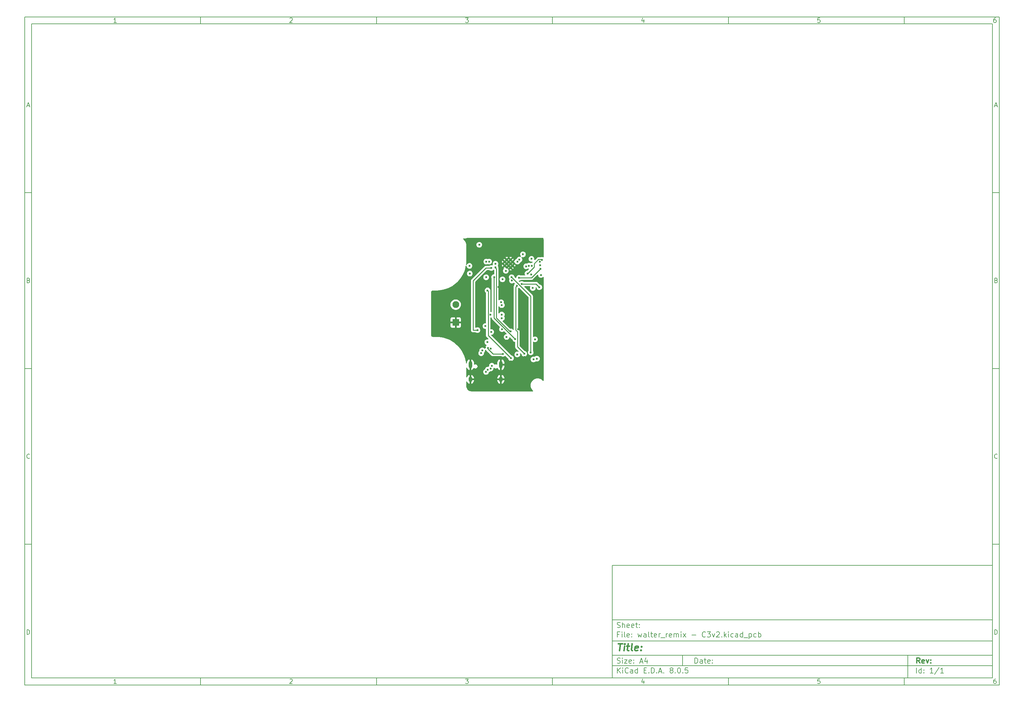
<source format=gbr>
%TF.GenerationSoftware,KiCad,Pcbnew,8.0.5*%
%TF.CreationDate,2024-12-27T02:30:01+01:00*%
%TF.ProjectId,walter_remix - C3v2,77616c74-6572-45f7-9265-6d6978202d20,rev?*%
%TF.SameCoordinates,Original*%
%TF.FileFunction,Copper,L3,Inr*%
%TF.FilePolarity,Positive*%
%FSLAX45Y45*%
G04 Gerber Fmt 4.5, Leading zero omitted, Abs format (unit mm)*
G04 Created by KiCad (PCBNEW 8.0.5) date 2024-12-27 02:30:01*
%MOMM*%
%LPD*%
G01*
G04 APERTURE LIST*
%ADD10C,0.100000*%
%ADD11C,0.150000*%
%ADD12C,0.300000*%
%ADD13C,0.400000*%
%TA.AperFunction,HeatsinkPad*%
%ADD14C,0.600000*%
%TD*%
%TA.AperFunction,ComponentPad*%
%ADD15R,1.950000X1.950000*%
%TD*%
%TA.AperFunction,ComponentPad*%
%ADD16C,1.950000*%
%TD*%
%TA.AperFunction,ComponentPad*%
%ADD17O,1.000000X1.600000*%
%TD*%
%TA.AperFunction,ComponentPad*%
%ADD18O,1.000000X2.100000*%
%TD*%
%TA.AperFunction,ViaPad*%
%ADD19C,0.600000*%
%TD*%
%TA.AperFunction,Conductor*%
%ADD20C,0.250000*%
%TD*%
G04 APERTURE END LIST*
D10*
D11*
X17700220Y-16600720D02*
X28500220Y-16600720D01*
X28500220Y-19800720D01*
X17700220Y-19800720D01*
X17700220Y-16600720D01*
D10*
D11*
X1000000Y-1000000D02*
X28700220Y-1000000D01*
X28700220Y-20000720D01*
X1000000Y-20000720D01*
X1000000Y-1000000D01*
D10*
D11*
X1200000Y-1200000D02*
X28500220Y-1200000D01*
X28500220Y-19800720D01*
X1200000Y-19800720D01*
X1200000Y-1200000D01*
D10*
D11*
X6000000Y-1200000D02*
X6000000Y-1000000D01*
D10*
D11*
X11000000Y-1200000D02*
X11000000Y-1000000D01*
D10*
D11*
X16000000Y-1200000D02*
X16000000Y-1000000D01*
D10*
D11*
X21000000Y-1200000D02*
X21000000Y-1000000D01*
D10*
D11*
X26000000Y-1200000D02*
X26000000Y-1000000D01*
D10*
D11*
X3608916Y-1159360D02*
X3534630Y-1159360D01*
X3571773Y-1159360D02*
X3571773Y-1029360D01*
X3571773Y-1029360D02*
X3559392Y-1047932D01*
X3559392Y-1047932D02*
X3547011Y-1060313D01*
X3547011Y-1060313D02*
X3534630Y-1066503D01*
D10*
D11*
X8534630Y-1041741D02*
X8540821Y-1035551D01*
X8540821Y-1035551D02*
X8553202Y-1029360D01*
X8553202Y-1029360D02*
X8584154Y-1029360D01*
X8584154Y-1029360D02*
X8596535Y-1035551D01*
X8596535Y-1035551D02*
X8602726Y-1041741D01*
X8602726Y-1041741D02*
X8608916Y-1054122D01*
X8608916Y-1054122D02*
X8608916Y-1066503D01*
X8608916Y-1066503D02*
X8602726Y-1085075D01*
X8602726Y-1085075D02*
X8528440Y-1159360D01*
X8528440Y-1159360D02*
X8608916Y-1159360D01*
D10*
D11*
X13528440Y-1029360D02*
X13608916Y-1029360D01*
X13608916Y-1029360D02*
X13565583Y-1078884D01*
X13565583Y-1078884D02*
X13584154Y-1078884D01*
X13584154Y-1078884D02*
X13596535Y-1085075D01*
X13596535Y-1085075D02*
X13602725Y-1091265D01*
X13602725Y-1091265D02*
X13608916Y-1103646D01*
X13608916Y-1103646D02*
X13608916Y-1134599D01*
X13608916Y-1134599D02*
X13602725Y-1146980D01*
X13602725Y-1146980D02*
X13596535Y-1153170D01*
X13596535Y-1153170D02*
X13584154Y-1159360D01*
X13584154Y-1159360D02*
X13547011Y-1159360D01*
X13547011Y-1159360D02*
X13534630Y-1153170D01*
X13534630Y-1153170D02*
X13528440Y-1146980D01*
D10*
D11*
X18596535Y-1072694D02*
X18596535Y-1159360D01*
X18565583Y-1023170D02*
X18534630Y-1116027D01*
X18534630Y-1116027D02*
X18615106Y-1116027D01*
D10*
D11*
X23602725Y-1029360D02*
X23540821Y-1029360D01*
X23540821Y-1029360D02*
X23534630Y-1091265D01*
X23534630Y-1091265D02*
X23540821Y-1085075D01*
X23540821Y-1085075D02*
X23553202Y-1078884D01*
X23553202Y-1078884D02*
X23584154Y-1078884D01*
X23584154Y-1078884D02*
X23596535Y-1085075D01*
X23596535Y-1085075D02*
X23602725Y-1091265D01*
X23602725Y-1091265D02*
X23608916Y-1103646D01*
X23608916Y-1103646D02*
X23608916Y-1134599D01*
X23608916Y-1134599D02*
X23602725Y-1146980D01*
X23602725Y-1146980D02*
X23596535Y-1153170D01*
X23596535Y-1153170D02*
X23584154Y-1159360D01*
X23584154Y-1159360D02*
X23553202Y-1159360D01*
X23553202Y-1159360D02*
X23540821Y-1153170D01*
X23540821Y-1153170D02*
X23534630Y-1146980D01*
D10*
D11*
X28596535Y-1029360D02*
X28571773Y-1029360D01*
X28571773Y-1029360D02*
X28559392Y-1035551D01*
X28559392Y-1035551D02*
X28553202Y-1041741D01*
X28553202Y-1041741D02*
X28540821Y-1060313D01*
X28540821Y-1060313D02*
X28534630Y-1085075D01*
X28534630Y-1085075D02*
X28534630Y-1134599D01*
X28534630Y-1134599D02*
X28540821Y-1146980D01*
X28540821Y-1146980D02*
X28547011Y-1153170D01*
X28547011Y-1153170D02*
X28559392Y-1159360D01*
X28559392Y-1159360D02*
X28584154Y-1159360D01*
X28584154Y-1159360D02*
X28596535Y-1153170D01*
X28596535Y-1153170D02*
X28602725Y-1146980D01*
X28602725Y-1146980D02*
X28608916Y-1134599D01*
X28608916Y-1134599D02*
X28608916Y-1103646D01*
X28608916Y-1103646D02*
X28602725Y-1091265D01*
X28602725Y-1091265D02*
X28596535Y-1085075D01*
X28596535Y-1085075D02*
X28584154Y-1078884D01*
X28584154Y-1078884D02*
X28559392Y-1078884D01*
X28559392Y-1078884D02*
X28547011Y-1085075D01*
X28547011Y-1085075D02*
X28540821Y-1091265D01*
X28540821Y-1091265D02*
X28534630Y-1103646D01*
D10*
D11*
X6000000Y-19800720D02*
X6000000Y-20000720D01*
D10*
D11*
X11000000Y-19800720D02*
X11000000Y-20000720D01*
D10*
D11*
X16000000Y-19800720D02*
X16000000Y-20000720D01*
D10*
D11*
X21000000Y-19800720D02*
X21000000Y-20000720D01*
D10*
D11*
X26000000Y-19800720D02*
X26000000Y-20000720D01*
D10*
D11*
X3608916Y-19960080D02*
X3534630Y-19960080D01*
X3571773Y-19960080D02*
X3571773Y-19830080D01*
X3571773Y-19830080D02*
X3559392Y-19848652D01*
X3559392Y-19848652D02*
X3547011Y-19861033D01*
X3547011Y-19861033D02*
X3534630Y-19867223D01*
D10*
D11*
X8534630Y-19842461D02*
X8540821Y-19836271D01*
X8540821Y-19836271D02*
X8553202Y-19830080D01*
X8553202Y-19830080D02*
X8584154Y-19830080D01*
X8584154Y-19830080D02*
X8596535Y-19836271D01*
X8596535Y-19836271D02*
X8602726Y-19842461D01*
X8602726Y-19842461D02*
X8608916Y-19854842D01*
X8608916Y-19854842D02*
X8608916Y-19867223D01*
X8608916Y-19867223D02*
X8602726Y-19885795D01*
X8602726Y-19885795D02*
X8528440Y-19960080D01*
X8528440Y-19960080D02*
X8608916Y-19960080D01*
D10*
D11*
X13528440Y-19830080D02*
X13608916Y-19830080D01*
X13608916Y-19830080D02*
X13565583Y-19879604D01*
X13565583Y-19879604D02*
X13584154Y-19879604D01*
X13584154Y-19879604D02*
X13596535Y-19885795D01*
X13596535Y-19885795D02*
X13602725Y-19891985D01*
X13602725Y-19891985D02*
X13608916Y-19904366D01*
X13608916Y-19904366D02*
X13608916Y-19935319D01*
X13608916Y-19935319D02*
X13602725Y-19947700D01*
X13602725Y-19947700D02*
X13596535Y-19953890D01*
X13596535Y-19953890D02*
X13584154Y-19960080D01*
X13584154Y-19960080D02*
X13547011Y-19960080D01*
X13547011Y-19960080D02*
X13534630Y-19953890D01*
X13534630Y-19953890D02*
X13528440Y-19947700D01*
D10*
D11*
X18596535Y-19873414D02*
X18596535Y-19960080D01*
X18565583Y-19823890D02*
X18534630Y-19916747D01*
X18534630Y-19916747D02*
X18615106Y-19916747D01*
D10*
D11*
X23602725Y-19830080D02*
X23540821Y-19830080D01*
X23540821Y-19830080D02*
X23534630Y-19891985D01*
X23534630Y-19891985D02*
X23540821Y-19885795D01*
X23540821Y-19885795D02*
X23553202Y-19879604D01*
X23553202Y-19879604D02*
X23584154Y-19879604D01*
X23584154Y-19879604D02*
X23596535Y-19885795D01*
X23596535Y-19885795D02*
X23602725Y-19891985D01*
X23602725Y-19891985D02*
X23608916Y-19904366D01*
X23608916Y-19904366D02*
X23608916Y-19935319D01*
X23608916Y-19935319D02*
X23602725Y-19947700D01*
X23602725Y-19947700D02*
X23596535Y-19953890D01*
X23596535Y-19953890D02*
X23584154Y-19960080D01*
X23584154Y-19960080D02*
X23553202Y-19960080D01*
X23553202Y-19960080D02*
X23540821Y-19953890D01*
X23540821Y-19953890D02*
X23534630Y-19947700D01*
D10*
D11*
X28596535Y-19830080D02*
X28571773Y-19830080D01*
X28571773Y-19830080D02*
X28559392Y-19836271D01*
X28559392Y-19836271D02*
X28553202Y-19842461D01*
X28553202Y-19842461D02*
X28540821Y-19861033D01*
X28540821Y-19861033D02*
X28534630Y-19885795D01*
X28534630Y-19885795D02*
X28534630Y-19935319D01*
X28534630Y-19935319D02*
X28540821Y-19947700D01*
X28540821Y-19947700D02*
X28547011Y-19953890D01*
X28547011Y-19953890D02*
X28559392Y-19960080D01*
X28559392Y-19960080D02*
X28584154Y-19960080D01*
X28584154Y-19960080D02*
X28596535Y-19953890D01*
X28596535Y-19953890D02*
X28602725Y-19947700D01*
X28602725Y-19947700D02*
X28608916Y-19935319D01*
X28608916Y-19935319D02*
X28608916Y-19904366D01*
X28608916Y-19904366D02*
X28602725Y-19891985D01*
X28602725Y-19891985D02*
X28596535Y-19885795D01*
X28596535Y-19885795D02*
X28584154Y-19879604D01*
X28584154Y-19879604D02*
X28559392Y-19879604D01*
X28559392Y-19879604D02*
X28547011Y-19885795D01*
X28547011Y-19885795D02*
X28540821Y-19891985D01*
X28540821Y-19891985D02*
X28534630Y-19904366D01*
D10*
D11*
X1000000Y-6000000D02*
X1200000Y-6000000D01*
D10*
D11*
X1000000Y-11000000D02*
X1200000Y-11000000D01*
D10*
D11*
X1000000Y-16000000D02*
X1200000Y-16000000D01*
D10*
D11*
X1069048Y-3522218D02*
X1130952Y-3522218D01*
X1056667Y-3559360D02*
X1100000Y-3429360D01*
X1100000Y-3429360D02*
X1143333Y-3559360D01*
D10*
D11*
X1109286Y-8491265D02*
X1127857Y-8497456D01*
X1127857Y-8497456D02*
X1134048Y-8503646D01*
X1134048Y-8503646D02*
X1140238Y-8516027D01*
X1140238Y-8516027D02*
X1140238Y-8534599D01*
X1140238Y-8534599D02*
X1134048Y-8546980D01*
X1134048Y-8546980D02*
X1127857Y-8553170D01*
X1127857Y-8553170D02*
X1115476Y-8559360D01*
X1115476Y-8559360D02*
X1065952Y-8559360D01*
X1065952Y-8559360D02*
X1065952Y-8429360D01*
X1065952Y-8429360D02*
X1109286Y-8429360D01*
X1109286Y-8429360D02*
X1121667Y-8435551D01*
X1121667Y-8435551D02*
X1127857Y-8441741D01*
X1127857Y-8441741D02*
X1134048Y-8454122D01*
X1134048Y-8454122D02*
X1134048Y-8466503D01*
X1134048Y-8466503D02*
X1127857Y-8478884D01*
X1127857Y-8478884D02*
X1121667Y-8485075D01*
X1121667Y-8485075D02*
X1109286Y-8491265D01*
X1109286Y-8491265D02*
X1065952Y-8491265D01*
D10*
D11*
X1140238Y-13546979D02*
X1134048Y-13553170D01*
X1134048Y-13553170D02*
X1115476Y-13559360D01*
X1115476Y-13559360D02*
X1103095Y-13559360D01*
X1103095Y-13559360D02*
X1084524Y-13553170D01*
X1084524Y-13553170D02*
X1072143Y-13540789D01*
X1072143Y-13540789D02*
X1065952Y-13528408D01*
X1065952Y-13528408D02*
X1059762Y-13503646D01*
X1059762Y-13503646D02*
X1059762Y-13485075D01*
X1059762Y-13485075D02*
X1065952Y-13460313D01*
X1065952Y-13460313D02*
X1072143Y-13447932D01*
X1072143Y-13447932D02*
X1084524Y-13435551D01*
X1084524Y-13435551D02*
X1103095Y-13429360D01*
X1103095Y-13429360D02*
X1115476Y-13429360D01*
X1115476Y-13429360D02*
X1134048Y-13435551D01*
X1134048Y-13435551D02*
X1140238Y-13441741D01*
D10*
D11*
X1065952Y-18559360D02*
X1065952Y-18429360D01*
X1065952Y-18429360D02*
X1096905Y-18429360D01*
X1096905Y-18429360D02*
X1115476Y-18435551D01*
X1115476Y-18435551D02*
X1127857Y-18447932D01*
X1127857Y-18447932D02*
X1134048Y-18460313D01*
X1134048Y-18460313D02*
X1140238Y-18485075D01*
X1140238Y-18485075D02*
X1140238Y-18503646D01*
X1140238Y-18503646D02*
X1134048Y-18528408D01*
X1134048Y-18528408D02*
X1127857Y-18540789D01*
X1127857Y-18540789D02*
X1115476Y-18553170D01*
X1115476Y-18553170D02*
X1096905Y-18559360D01*
X1096905Y-18559360D02*
X1065952Y-18559360D01*
D10*
D11*
X28700220Y-6000000D02*
X28500220Y-6000000D01*
D10*
D11*
X28700220Y-11000000D02*
X28500220Y-11000000D01*
D10*
D11*
X28700220Y-16000000D02*
X28500220Y-16000000D01*
D10*
D11*
X28569268Y-3522218D02*
X28631172Y-3522218D01*
X28556887Y-3559360D02*
X28600220Y-3429360D01*
X28600220Y-3429360D02*
X28643553Y-3559360D01*
D10*
D11*
X28609506Y-8491265D02*
X28628077Y-8497456D01*
X28628077Y-8497456D02*
X28634268Y-8503646D01*
X28634268Y-8503646D02*
X28640458Y-8516027D01*
X28640458Y-8516027D02*
X28640458Y-8534599D01*
X28640458Y-8534599D02*
X28634268Y-8546980D01*
X28634268Y-8546980D02*
X28628077Y-8553170D01*
X28628077Y-8553170D02*
X28615696Y-8559360D01*
X28615696Y-8559360D02*
X28566172Y-8559360D01*
X28566172Y-8559360D02*
X28566172Y-8429360D01*
X28566172Y-8429360D02*
X28609506Y-8429360D01*
X28609506Y-8429360D02*
X28621887Y-8435551D01*
X28621887Y-8435551D02*
X28628077Y-8441741D01*
X28628077Y-8441741D02*
X28634268Y-8454122D01*
X28634268Y-8454122D02*
X28634268Y-8466503D01*
X28634268Y-8466503D02*
X28628077Y-8478884D01*
X28628077Y-8478884D02*
X28621887Y-8485075D01*
X28621887Y-8485075D02*
X28609506Y-8491265D01*
X28609506Y-8491265D02*
X28566172Y-8491265D01*
D10*
D11*
X28640458Y-13546979D02*
X28634268Y-13553170D01*
X28634268Y-13553170D02*
X28615696Y-13559360D01*
X28615696Y-13559360D02*
X28603315Y-13559360D01*
X28603315Y-13559360D02*
X28584744Y-13553170D01*
X28584744Y-13553170D02*
X28572363Y-13540789D01*
X28572363Y-13540789D02*
X28566172Y-13528408D01*
X28566172Y-13528408D02*
X28559982Y-13503646D01*
X28559982Y-13503646D02*
X28559982Y-13485075D01*
X28559982Y-13485075D02*
X28566172Y-13460313D01*
X28566172Y-13460313D02*
X28572363Y-13447932D01*
X28572363Y-13447932D02*
X28584744Y-13435551D01*
X28584744Y-13435551D02*
X28603315Y-13429360D01*
X28603315Y-13429360D02*
X28615696Y-13429360D01*
X28615696Y-13429360D02*
X28634268Y-13435551D01*
X28634268Y-13435551D02*
X28640458Y-13441741D01*
D10*
D11*
X28566172Y-18559360D02*
X28566172Y-18429360D01*
X28566172Y-18429360D02*
X28597125Y-18429360D01*
X28597125Y-18429360D02*
X28615696Y-18435551D01*
X28615696Y-18435551D02*
X28628077Y-18447932D01*
X28628077Y-18447932D02*
X28634268Y-18460313D01*
X28634268Y-18460313D02*
X28640458Y-18485075D01*
X28640458Y-18485075D02*
X28640458Y-18503646D01*
X28640458Y-18503646D02*
X28634268Y-18528408D01*
X28634268Y-18528408D02*
X28628077Y-18540789D01*
X28628077Y-18540789D02*
X28615696Y-18553170D01*
X28615696Y-18553170D02*
X28597125Y-18559360D01*
X28597125Y-18559360D02*
X28566172Y-18559360D01*
D10*
D11*
X20045803Y-19379333D02*
X20045803Y-19229333D01*
X20045803Y-19229333D02*
X20081517Y-19229333D01*
X20081517Y-19229333D02*
X20102946Y-19236476D01*
X20102946Y-19236476D02*
X20117231Y-19250761D01*
X20117231Y-19250761D02*
X20124374Y-19265047D01*
X20124374Y-19265047D02*
X20131517Y-19293619D01*
X20131517Y-19293619D02*
X20131517Y-19315047D01*
X20131517Y-19315047D02*
X20124374Y-19343619D01*
X20124374Y-19343619D02*
X20117231Y-19357904D01*
X20117231Y-19357904D02*
X20102946Y-19372190D01*
X20102946Y-19372190D02*
X20081517Y-19379333D01*
X20081517Y-19379333D02*
X20045803Y-19379333D01*
X20260088Y-19379333D02*
X20260088Y-19300761D01*
X20260088Y-19300761D02*
X20252946Y-19286476D01*
X20252946Y-19286476D02*
X20238660Y-19279333D01*
X20238660Y-19279333D02*
X20210088Y-19279333D01*
X20210088Y-19279333D02*
X20195803Y-19286476D01*
X20260088Y-19372190D02*
X20245803Y-19379333D01*
X20245803Y-19379333D02*
X20210088Y-19379333D01*
X20210088Y-19379333D02*
X20195803Y-19372190D01*
X20195803Y-19372190D02*
X20188660Y-19357904D01*
X20188660Y-19357904D02*
X20188660Y-19343619D01*
X20188660Y-19343619D02*
X20195803Y-19329333D01*
X20195803Y-19329333D02*
X20210088Y-19322190D01*
X20210088Y-19322190D02*
X20245803Y-19322190D01*
X20245803Y-19322190D02*
X20260088Y-19315047D01*
X20310088Y-19279333D02*
X20367231Y-19279333D01*
X20331517Y-19229333D02*
X20331517Y-19357904D01*
X20331517Y-19357904D02*
X20338660Y-19372190D01*
X20338660Y-19372190D02*
X20352946Y-19379333D01*
X20352946Y-19379333D02*
X20367231Y-19379333D01*
X20474374Y-19372190D02*
X20460088Y-19379333D01*
X20460088Y-19379333D02*
X20431517Y-19379333D01*
X20431517Y-19379333D02*
X20417231Y-19372190D01*
X20417231Y-19372190D02*
X20410088Y-19357904D01*
X20410088Y-19357904D02*
X20410088Y-19300761D01*
X20410088Y-19300761D02*
X20417231Y-19286476D01*
X20417231Y-19286476D02*
X20431517Y-19279333D01*
X20431517Y-19279333D02*
X20460088Y-19279333D01*
X20460088Y-19279333D02*
X20474374Y-19286476D01*
X20474374Y-19286476D02*
X20481517Y-19300761D01*
X20481517Y-19300761D02*
X20481517Y-19315047D01*
X20481517Y-19315047D02*
X20410088Y-19329333D01*
X20545803Y-19365047D02*
X20552946Y-19372190D01*
X20552946Y-19372190D02*
X20545803Y-19379333D01*
X20545803Y-19379333D02*
X20538660Y-19372190D01*
X20538660Y-19372190D02*
X20545803Y-19365047D01*
X20545803Y-19365047D02*
X20545803Y-19379333D01*
X20545803Y-19286476D02*
X20552946Y-19293619D01*
X20552946Y-19293619D02*
X20545803Y-19300761D01*
X20545803Y-19300761D02*
X20538660Y-19293619D01*
X20538660Y-19293619D02*
X20545803Y-19286476D01*
X20545803Y-19286476D02*
X20545803Y-19300761D01*
D10*
D11*
X17700220Y-19450720D02*
X28500220Y-19450720D01*
D10*
D11*
X17845803Y-19659333D02*
X17845803Y-19509333D01*
X17931517Y-19659333D02*
X17867231Y-19573619D01*
X17931517Y-19509333D02*
X17845803Y-19595047D01*
X17995803Y-19659333D02*
X17995803Y-19559333D01*
X17995803Y-19509333D02*
X17988660Y-19516476D01*
X17988660Y-19516476D02*
X17995803Y-19523619D01*
X17995803Y-19523619D02*
X18002946Y-19516476D01*
X18002946Y-19516476D02*
X17995803Y-19509333D01*
X17995803Y-19509333D02*
X17995803Y-19523619D01*
X18152946Y-19645047D02*
X18145803Y-19652190D01*
X18145803Y-19652190D02*
X18124374Y-19659333D01*
X18124374Y-19659333D02*
X18110088Y-19659333D01*
X18110088Y-19659333D02*
X18088660Y-19652190D01*
X18088660Y-19652190D02*
X18074374Y-19637904D01*
X18074374Y-19637904D02*
X18067231Y-19623619D01*
X18067231Y-19623619D02*
X18060088Y-19595047D01*
X18060088Y-19595047D02*
X18060088Y-19573619D01*
X18060088Y-19573619D02*
X18067231Y-19545047D01*
X18067231Y-19545047D02*
X18074374Y-19530761D01*
X18074374Y-19530761D02*
X18088660Y-19516476D01*
X18088660Y-19516476D02*
X18110088Y-19509333D01*
X18110088Y-19509333D02*
X18124374Y-19509333D01*
X18124374Y-19509333D02*
X18145803Y-19516476D01*
X18145803Y-19516476D02*
X18152946Y-19523619D01*
X18281517Y-19659333D02*
X18281517Y-19580761D01*
X18281517Y-19580761D02*
X18274374Y-19566476D01*
X18274374Y-19566476D02*
X18260088Y-19559333D01*
X18260088Y-19559333D02*
X18231517Y-19559333D01*
X18231517Y-19559333D02*
X18217231Y-19566476D01*
X18281517Y-19652190D02*
X18267231Y-19659333D01*
X18267231Y-19659333D02*
X18231517Y-19659333D01*
X18231517Y-19659333D02*
X18217231Y-19652190D01*
X18217231Y-19652190D02*
X18210088Y-19637904D01*
X18210088Y-19637904D02*
X18210088Y-19623619D01*
X18210088Y-19623619D02*
X18217231Y-19609333D01*
X18217231Y-19609333D02*
X18231517Y-19602190D01*
X18231517Y-19602190D02*
X18267231Y-19602190D01*
X18267231Y-19602190D02*
X18281517Y-19595047D01*
X18417231Y-19659333D02*
X18417231Y-19509333D01*
X18417231Y-19652190D02*
X18402946Y-19659333D01*
X18402946Y-19659333D02*
X18374374Y-19659333D01*
X18374374Y-19659333D02*
X18360088Y-19652190D01*
X18360088Y-19652190D02*
X18352946Y-19645047D01*
X18352946Y-19645047D02*
X18345803Y-19630761D01*
X18345803Y-19630761D02*
X18345803Y-19587904D01*
X18345803Y-19587904D02*
X18352946Y-19573619D01*
X18352946Y-19573619D02*
X18360088Y-19566476D01*
X18360088Y-19566476D02*
X18374374Y-19559333D01*
X18374374Y-19559333D02*
X18402946Y-19559333D01*
X18402946Y-19559333D02*
X18417231Y-19566476D01*
X18602946Y-19580761D02*
X18652946Y-19580761D01*
X18674374Y-19659333D02*
X18602946Y-19659333D01*
X18602946Y-19659333D02*
X18602946Y-19509333D01*
X18602946Y-19509333D02*
X18674374Y-19509333D01*
X18738660Y-19645047D02*
X18745803Y-19652190D01*
X18745803Y-19652190D02*
X18738660Y-19659333D01*
X18738660Y-19659333D02*
X18731517Y-19652190D01*
X18731517Y-19652190D02*
X18738660Y-19645047D01*
X18738660Y-19645047D02*
X18738660Y-19659333D01*
X18810088Y-19659333D02*
X18810088Y-19509333D01*
X18810088Y-19509333D02*
X18845803Y-19509333D01*
X18845803Y-19509333D02*
X18867231Y-19516476D01*
X18867231Y-19516476D02*
X18881517Y-19530761D01*
X18881517Y-19530761D02*
X18888660Y-19545047D01*
X18888660Y-19545047D02*
X18895803Y-19573619D01*
X18895803Y-19573619D02*
X18895803Y-19595047D01*
X18895803Y-19595047D02*
X18888660Y-19623619D01*
X18888660Y-19623619D02*
X18881517Y-19637904D01*
X18881517Y-19637904D02*
X18867231Y-19652190D01*
X18867231Y-19652190D02*
X18845803Y-19659333D01*
X18845803Y-19659333D02*
X18810088Y-19659333D01*
X18960088Y-19645047D02*
X18967231Y-19652190D01*
X18967231Y-19652190D02*
X18960088Y-19659333D01*
X18960088Y-19659333D02*
X18952946Y-19652190D01*
X18952946Y-19652190D02*
X18960088Y-19645047D01*
X18960088Y-19645047D02*
X18960088Y-19659333D01*
X19024374Y-19616476D02*
X19095803Y-19616476D01*
X19010089Y-19659333D02*
X19060089Y-19509333D01*
X19060089Y-19509333D02*
X19110089Y-19659333D01*
X19160088Y-19645047D02*
X19167231Y-19652190D01*
X19167231Y-19652190D02*
X19160088Y-19659333D01*
X19160088Y-19659333D02*
X19152946Y-19652190D01*
X19152946Y-19652190D02*
X19160088Y-19645047D01*
X19160088Y-19645047D02*
X19160088Y-19659333D01*
X19367231Y-19573619D02*
X19352946Y-19566476D01*
X19352946Y-19566476D02*
X19345803Y-19559333D01*
X19345803Y-19559333D02*
X19338660Y-19545047D01*
X19338660Y-19545047D02*
X19338660Y-19537904D01*
X19338660Y-19537904D02*
X19345803Y-19523619D01*
X19345803Y-19523619D02*
X19352946Y-19516476D01*
X19352946Y-19516476D02*
X19367231Y-19509333D01*
X19367231Y-19509333D02*
X19395803Y-19509333D01*
X19395803Y-19509333D02*
X19410089Y-19516476D01*
X19410089Y-19516476D02*
X19417231Y-19523619D01*
X19417231Y-19523619D02*
X19424374Y-19537904D01*
X19424374Y-19537904D02*
X19424374Y-19545047D01*
X19424374Y-19545047D02*
X19417231Y-19559333D01*
X19417231Y-19559333D02*
X19410089Y-19566476D01*
X19410089Y-19566476D02*
X19395803Y-19573619D01*
X19395803Y-19573619D02*
X19367231Y-19573619D01*
X19367231Y-19573619D02*
X19352946Y-19580761D01*
X19352946Y-19580761D02*
X19345803Y-19587904D01*
X19345803Y-19587904D02*
X19338660Y-19602190D01*
X19338660Y-19602190D02*
X19338660Y-19630761D01*
X19338660Y-19630761D02*
X19345803Y-19645047D01*
X19345803Y-19645047D02*
X19352946Y-19652190D01*
X19352946Y-19652190D02*
X19367231Y-19659333D01*
X19367231Y-19659333D02*
X19395803Y-19659333D01*
X19395803Y-19659333D02*
X19410089Y-19652190D01*
X19410089Y-19652190D02*
X19417231Y-19645047D01*
X19417231Y-19645047D02*
X19424374Y-19630761D01*
X19424374Y-19630761D02*
X19424374Y-19602190D01*
X19424374Y-19602190D02*
X19417231Y-19587904D01*
X19417231Y-19587904D02*
X19410089Y-19580761D01*
X19410089Y-19580761D02*
X19395803Y-19573619D01*
X19488660Y-19645047D02*
X19495803Y-19652190D01*
X19495803Y-19652190D02*
X19488660Y-19659333D01*
X19488660Y-19659333D02*
X19481517Y-19652190D01*
X19481517Y-19652190D02*
X19488660Y-19645047D01*
X19488660Y-19645047D02*
X19488660Y-19659333D01*
X19588660Y-19509333D02*
X19602946Y-19509333D01*
X19602946Y-19509333D02*
X19617231Y-19516476D01*
X19617231Y-19516476D02*
X19624374Y-19523619D01*
X19624374Y-19523619D02*
X19631517Y-19537904D01*
X19631517Y-19537904D02*
X19638660Y-19566476D01*
X19638660Y-19566476D02*
X19638660Y-19602190D01*
X19638660Y-19602190D02*
X19631517Y-19630761D01*
X19631517Y-19630761D02*
X19624374Y-19645047D01*
X19624374Y-19645047D02*
X19617231Y-19652190D01*
X19617231Y-19652190D02*
X19602946Y-19659333D01*
X19602946Y-19659333D02*
X19588660Y-19659333D01*
X19588660Y-19659333D02*
X19574374Y-19652190D01*
X19574374Y-19652190D02*
X19567231Y-19645047D01*
X19567231Y-19645047D02*
X19560088Y-19630761D01*
X19560088Y-19630761D02*
X19552946Y-19602190D01*
X19552946Y-19602190D02*
X19552946Y-19566476D01*
X19552946Y-19566476D02*
X19560088Y-19537904D01*
X19560088Y-19537904D02*
X19567231Y-19523619D01*
X19567231Y-19523619D02*
X19574374Y-19516476D01*
X19574374Y-19516476D02*
X19588660Y-19509333D01*
X19702946Y-19645047D02*
X19710088Y-19652190D01*
X19710088Y-19652190D02*
X19702946Y-19659333D01*
X19702946Y-19659333D02*
X19695803Y-19652190D01*
X19695803Y-19652190D02*
X19702946Y-19645047D01*
X19702946Y-19645047D02*
X19702946Y-19659333D01*
X19845803Y-19509333D02*
X19774374Y-19509333D01*
X19774374Y-19509333D02*
X19767231Y-19580761D01*
X19767231Y-19580761D02*
X19774374Y-19573619D01*
X19774374Y-19573619D02*
X19788660Y-19566476D01*
X19788660Y-19566476D02*
X19824374Y-19566476D01*
X19824374Y-19566476D02*
X19838660Y-19573619D01*
X19838660Y-19573619D02*
X19845803Y-19580761D01*
X19845803Y-19580761D02*
X19852946Y-19595047D01*
X19852946Y-19595047D02*
X19852946Y-19630761D01*
X19852946Y-19630761D02*
X19845803Y-19645047D01*
X19845803Y-19645047D02*
X19838660Y-19652190D01*
X19838660Y-19652190D02*
X19824374Y-19659333D01*
X19824374Y-19659333D02*
X19788660Y-19659333D01*
X19788660Y-19659333D02*
X19774374Y-19652190D01*
X19774374Y-19652190D02*
X19767231Y-19645047D01*
D10*
D11*
X17700220Y-19150720D02*
X28500220Y-19150720D01*
D10*
D12*
X26441385Y-19378553D02*
X26391385Y-19307124D01*
X26355671Y-19378553D02*
X26355671Y-19228553D01*
X26355671Y-19228553D02*
X26412814Y-19228553D01*
X26412814Y-19228553D02*
X26427100Y-19235696D01*
X26427100Y-19235696D02*
X26434242Y-19242839D01*
X26434242Y-19242839D02*
X26441385Y-19257124D01*
X26441385Y-19257124D02*
X26441385Y-19278553D01*
X26441385Y-19278553D02*
X26434242Y-19292839D01*
X26434242Y-19292839D02*
X26427100Y-19299981D01*
X26427100Y-19299981D02*
X26412814Y-19307124D01*
X26412814Y-19307124D02*
X26355671Y-19307124D01*
X26562814Y-19371410D02*
X26548528Y-19378553D01*
X26548528Y-19378553D02*
X26519957Y-19378553D01*
X26519957Y-19378553D02*
X26505671Y-19371410D01*
X26505671Y-19371410D02*
X26498528Y-19357124D01*
X26498528Y-19357124D02*
X26498528Y-19299981D01*
X26498528Y-19299981D02*
X26505671Y-19285696D01*
X26505671Y-19285696D02*
X26519957Y-19278553D01*
X26519957Y-19278553D02*
X26548528Y-19278553D01*
X26548528Y-19278553D02*
X26562814Y-19285696D01*
X26562814Y-19285696D02*
X26569957Y-19299981D01*
X26569957Y-19299981D02*
X26569957Y-19314267D01*
X26569957Y-19314267D02*
X26498528Y-19328553D01*
X26619957Y-19278553D02*
X26655671Y-19378553D01*
X26655671Y-19378553D02*
X26691385Y-19278553D01*
X26748528Y-19364267D02*
X26755671Y-19371410D01*
X26755671Y-19371410D02*
X26748528Y-19378553D01*
X26748528Y-19378553D02*
X26741385Y-19371410D01*
X26741385Y-19371410D02*
X26748528Y-19364267D01*
X26748528Y-19364267D02*
X26748528Y-19378553D01*
X26748528Y-19285696D02*
X26755671Y-19292839D01*
X26755671Y-19292839D02*
X26748528Y-19299981D01*
X26748528Y-19299981D02*
X26741385Y-19292839D01*
X26741385Y-19292839D02*
X26748528Y-19285696D01*
X26748528Y-19285696D02*
X26748528Y-19299981D01*
D10*
D11*
X17838660Y-19372190D02*
X17860088Y-19379333D01*
X17860088Y-19379333D02*
X17895803Y-19379333D01*
X17895803Y-19379333D02*
X17910088Y-19372190D01*
X17910088Y-19372190D02*
X17917231Y-19365047D01*
X17917231Y-19365047D02*
X17924374Y-19350761D01*
X17924374Y-19350761D02*
X17924374Y-19336476D01*
X17924374Y-19336476D02*
X17917231Y-19322190D01*
X17917231Y-19322190D02*
X17910088Y-19315047D01*
X17910088Y-19315047D02*
X17895803Y-19307904D01*
X17895803Y-19307904D02*
X17867231Y-19300761D01*
X17867231Y-19300761D02*
X17852946Y-19293619D01*
X17852946Y-19293619D02*
X17845803Y-19286476D01*
X17845803Y-19286476D02*
X17838660Y-19272190D01*
X17838660Y-19272190D02*
X17838660Y-19257904D01*
X17838660Y-19257904D02*
X17845803Y-19243619D01*
X17845803Y-19243619D02*
X17852946Y-19236476D01*
X17852946Y-19236476D02*
X17867231Y-19229333D01*
X17867231Y-19229333D02*
X17902946Y-19229333D01*
X17902946Y-19229333D02*
X17924374Y-19236476D01*
X17988660Y-19379333D02*
X17988660Y-19279333D01*
X17988660Y-19229333D02*
X17981517Y-19236476D01*
X17981517Y-19236476D02*
X17988660Y-19243619D01*
X17988660Y-19243619D02*
X17995803Y-19236476D01*
X17995803Y-19236476D02*
X17988660Y-19229333D01*
X17988660Y-19229333D02*
X17988660Y-19243619D01*
X18045803Y-19279333D02*
X18124374Y-19279333D01*
X18124374Y-19279333D02*
X18045803Y-19379333D01*
X18045803Y-19379333D02*
X18124374Y-19379333D01*
X18238660Y-19372190D02*
X18224374Y-19379333D01*
X18224374Y-19379333D02*
X18195803Y-19379333D01*
X18195803Y-19379333D02*
X18181517Y-19372190D01*
X18181517Y-19372190D02*
X18174374Y-19357904D01*
X18174374Y-19357904D02*
X18174374Y-19300761D01*
X18174374Y-19300761D02*
X18181517Y-19286476D01*
X18181517Y-19286476D02*
X18195803Y-19279333D01*
X18195803Y-19279333D02*
X18224374Y-19279333D01*
X18224374Y-19279333D02*
X18238660Y-19286476D01*
X18238660Y-19286476D02*
X18245803Y-19300761D01*
X18245803Y-19300761D02*
X18245803Y-19315047D01*
X18245803Y-19315047D02*
X18174374Y-19329333D01*
X18310088Y-19365047D02*
X18317231Y-19372190D01*
X18317231Y-19372190D02*
X18310088Y-19379333D01*
X18310088Y-19379333D02*
X18302946Y-19372190D01*
X18302946Y-19372190D02*
X18310088Y-19365047D01*
X18310088Y-19365047D02*
X18310088Y-19379333D01*
X18310088Y-19286476D02*
X18317231Y-19293619D01*
X18317231Y-19293619D02*
X18310088Y-19300761D01*
X18310088Y-19300761D02*
X18302946Y-19293619D01*
X18302946Y-19293619D02*
X18310088Y-19286476D01*
X18310088Y-19286476D02*
X18310088Y-19300761D01*
X18488660Y-19336476D02*
X18560088Y-19336476D01*
X18474374Y-19379333D02*
X18524374Y-19229333D01*
X18524374Y-19229333D02*
X18574374Y-19379333D01*
X18688660Y-19279333D02*
X18688660Y-19379333D01*
X18652946Y-19222190D02*
X18617231Y-19329333D01*
X18617231Y-19329333D02*
X18710088Y-19329333D01*
D10*
D11*
X26345803Y-19659333D02*
X26345803Y-19509333D01*
X26481517Y-19659333D02*
X26481517Y-19509333D01*
X26481517Y-19652190D02*
X26467231Y-19659333D01*
X26467231Y-19659333D02*
X26438660Y-19659333D01*
X26438660Y-19659333D02*
X26424374Y-19652190D01*
X26424374Y-19652190D02*
X26417231Y-19645047D01*
X26417231Y-19645047D02*
X26410088Y-19630761D01*
X26410088Y-19630761D02*
X26410088Y-19587904D01*
X26410088Y-19587904D02*
X26417231Y-19573619D01*
X26417231Y-19573619D02*
X26424374Y-19566476D01*
X26424374Y-19566476D02*
X26438660Y-19559333D01*
X26438660Y-19559333D02*
X26467231Y-19559333D01*
X26467231Y-19559333D02*
X26481517Y-19566476D01*
X26552945Y-19645047D02*
X26560088Y-19652190D01*
X26560088Y-19652190D02*
X26552945Y-19659333D01*
X26552945Y-19659333D02*
X26545803Y-19652190D01*
X26545803Y-19652190D02*
X26552945Y-19645047D01*
X26552945Y-19645047D02*
X26552945Y-19659333D01*
X26552945Y-19566476D02*
X26560088Y-19573619D01*
X26560088Y-19573619D02*
X26552945Y-19580761D01*
X26552945Y-19580761D02*
X26545803Y-19573619D01*
X26545803Y-19573619D02*
X26552945Y-19566476D01*
X26552945Y-19566476D02*
X26552945Y-19580761D01*
X26817231Y-19659333D02*
X26731517Y-19659333D01*
X26774374Y-19659333D02*
X26774374Y-19509333D01*
X26774374Y-19509333D02*
X26760088Y-19530761D01*
X26760088Y-19530761D02*
X26745803Y-19545047D01*
X26745803Y-19545047D02*
X26731517Y-19552190D01*
X26988660Y-19502190D02*
X26860088Y-19695047D01*
X27117231Y-19659333D02*
X27031517Y-19659333D01*
X27074374Y-19659333D02*
X27074374Y-19509333D01*
X27074374Y-19509333D02*
X27060088Y-19530761D01*
X27060088Y-19530761D02*
X27045803Y-19545047D01*
X27045803Y-19545047D02*
X27031517Y-19552190D01*
D10*
D11*
X17700220Y-18750720D02*
X28500220Y-18750720D01*
D10*
D13*
X17869393Y-18821164D02*
X17983679Y-18821164D01*
X17901536Y-19021164D02*
X17926536Y-18821164D01*
X18025345Y-19021164D02*
X18042012Y-18887830D01*
X18050345Y-18821164D02*
X18039631Y-18830688D01*
X18039631Y-18830688D02*
X18047964Y-18840211D01*
X18047964Y-18840211D02*
X18058679Y-18830688D01*
X18058679Y-18830688D02*
X18050345Y-18821164D01*
X18050345Y-18821164D02*
X18047964Y-18840211D01*
X18108679Y-18887830D02*
X18184869Y-18887830D01*
X18145583Y-18821164D02*
X18124155Y-18992592D01*
X18124155Y-18992592D02*
X18131298Y-19011640D01*
X18131298Y-19011640D02*
X18149155Y-19021164D01*
X18149155Y-19021164D02*
X18168202Y-19021164D01*
X18263441Y-19021164D02*
X18245583Y-19011640D01*
X18245583Y-19011640D02*
X18238441Y-18992592D01*
X18238441Y-18992592D02*
X18259869Y-18821164D01*
X18417012Y-19011640D02*
X18396774Y-19021164D01*
X18396774Y-19021164D02*
X18358679Y-19021164D01*
X18358679Y-19021164D02*
X18340821Y-19011640D01*
X18340821Y-19011640D02*
X18333679Y-18992592D01*
X18333679Y-18992592D02*
X18343202Y-18916402D01*
X18343202Y-18916402D02*
X18355107Y-18897354D01*
X18355107Y-18897354D02*
X18375345Y-18887830D01*
X18375345Y-18887830D02*
X18413440Y-18887830D01*
X18413440Y-18887830D02*
X18431298Y-18897354D01*
X18431298Y-18897354D02*
X18438440Y-18916402D01*
X18438440Y-18916402D02*
X18436060Y-18935450D01*
X18436060Y-18935450D02*
X18338440Y-18954497D01*
X18513441Y-19002116D02*
X18521774Y-19011640D01*
X18521774Y-19011640D02*
X18511060Y-19021164D01*
X18511060Y-19021164D02*
X18502726Y-19011640D01*
X18502726Y-19011640D02*
X18513441Y-19002116D01*
X18513441Y-19002116D02*
X18511060Y-19021164D01*
X18526536Y-18897354D02*
X18534869Y-18906878D01*
X18534869Y-18906878D02*
X18524155Y-18916402D01*
X18524155Y-18916402D02*
X18515821Y-18906878D01*
X18515821Y-18906878D02*
X18526536Y-18897354D01*
X18526536Y-18897354D02*
X18524155Y-18916402D01*
D10*
D11*
X17895803Y-18560761D02*
X17845803Y-18560761D01*
X17845803Y-18639333D02*
X17845803Y-18489333D01*
X17845803Y-18489333D02*
X17917231Y-18489333D01*
X17974374Y-18639333D02*
X17974374Y-18539333D01*
X17974374Y-18489333D02*
X17967231Y-18496476D01*
X17967231Y-18496476D02*
X17974374Y-18503619D01*
X17974374Y-18503619D02*
X17981517Y-18496476D01*
X17981517Y-18496476D02*
X17974374Y-18489333D01*
X17974374Y-18489333D02*
X17974374Y-18503619D01*
X18067231Y-18639333D02*
X18052946Y-18632190D01*
X18052946Y-18632190D02*
X18045803Y-18617904D01*
X18045803Y-18617904D02*
X18045803Y-18489333D01*
X18181517Y-18632190D02*
X18167231Y-18639333D01*
X18167231Y-18639333D02*
X18138660Y-18639333D01*
X18138660Y-18639333D02*
X18124374Y-18632190D01*
X18124374Y-18632190D02*
X18117231Y-18617904D01*
X18117231Y-18617904D02*
X18117231Y-18560761D01*
X18117231Y-18560761D02*
X18124374Y-18546476D01*
X18124374Y-18546476D02*
X18138660Y-18539333D01*
X18138660Y-18539333D02*
X18167231Y-18539333D01*
X18167231Y-18539333D02*
X18181517Y-18546476D01*
X18181517Y-18546476D02*
X18188660Y-18560761D01*
X18188660Y-18560761D02*
X18188660Y-18575047D01*
X18188660Y-18575047D02*
X18117231Y-18589333D01*
X18252945Y-18625047D02*
X18260088Y-18632190D01*
X18260088Y-18632190D02*
X18252945Y-18639333D01*
X18252945Y-18639333D02*
X18245803Y-18632190D01*
X18245803Y-18632190D02*
X18252945Y-18625047D01*
X18252945Y-18625047D02*
X18252945Y-18639333D01*
X18252945Y-18546476D02*
X18260088Y-18553619D01*
X18260088Y-18553619D02*
X18252945Y-18560761D01*
X18252945Y-18560761D02*
X18245803Y-18553619D01*
X18245803Y-18553619D02*
X18252945Y-18546476D01*
X18252945Y-18546476D02*
X18252945Y-18560761D01*
X18424374Y-18539333D02*
X18452946Y-18639333D01*
X18452946Y-18639333D02*
X18481517Y-18567904D01*
X18481517Y-18567904D02*
X18510088Y-18639333D01*
X18510088Y-18639333D02*
X18538660Y-18539333D01*
X18660088Y-18639333D02*
X18660088Y-18560761D01*
X18660088Y-18560761D02*
X18652946Y-18546476D01*
X18652946Y-18546476D02*
X18638660Y-18539333D01*
X18638660Y-18539333D02*
X18610088Y-18539333D01*
X18610088Y-18539333D02*
X18595803Y-18546476D01*
X18660088Y-18632190D02*
X18645803Y-18639333D01*
X18645803Y-18639333D02*
X18610088Y-18639333D01*
X18610088Y-18639333D02*
X18595803Y-18632190D01*
X18595803Y-18632190D02*
X18588660Y-18617904D01*
X18588660Y-18617904D02*
X18588660Y-18603619D01*
X18588660Y-18603619D02*
X18595803Y-18589333D01*
X18595803Y-18589333D02*
X18610088Y-18582190D01*
X18610088Y-18582190D02*
X18645803Y-18582190D01*
X18645803Y-18582190D02*
X18660088Y-18575047D01*
X18752946Y-18639333D02*
X18738660Y-18632190D01*
X18738660Y-18632190D02*
X18731517Y-18617904D01*
X18731517Y-18617904D02*
X18731517Y-18489333D01*
X18788660Y-18539333D02*
X18845803Y-18539333D01*
X18810088Y-18489333D02*
X18810088Y-18617904D01*
X18810088Y-18617904D02*
X18817231Y-18632190D01*
X18817231Y-18632190D02*
X18831517Y-18639333D01*
X18831517Y-18639333D02*
X18845803Y-18639333D01*
X18952946Y-18632190D02*
X18938660Y-18639333D01*
X18938660Y-18639333D02*
X18910088Y-18639333D01*
X18910088Y-18639333D02*
X18895803Y-18632190D01*
X18895803Y-18632190D02*
X18888660Y-18617904D01*
X18888660Y-18617904D02*
X18888660Y-18560761D01*
X18888660Y-18560761D02*
X18895803Y-18546476D01*
X18895803Y-18546476D02*
X18910088Y-18539333D01*
X18910088Y-18539333D02*
X18938660Y-18539333D01*
X18938660Y-18539333D02*
X18952946Y-18546476D01*
X18952946Y-18546476D02*
X18960088Y-18560761D01*
X18960088Y-18560761D02*
X18960088Y-18575047D01*
X18960088Y-18575047D02*
X18888660Y-18589333D01*
X19024374Y-18639333D02*
X19024374Y-18539333D01*
X19024374Y-18567904D02*
X19031517Y-18553619D01*
X19031517Y-18553619D02*
X19038660Y-18546476D01*
X19038660Y-18546476D02*
X19052946Y-18539333D01*
X19052946Y-18539333D02*
X19067231Y-18539333D01*
X19081517Y-18653619D02*
X19195803Y-18653619D01*
X19231517Y-18639333D02*
X19231517Y-18539333D01*
X19231517Y-18567904D02*
X19238660Y-18553619D01*
X19238660Y-18553619D02*
X19245803Y-18546476D01*
X19245803Y-18546476D02*
X19260088Y-18539333D01*
X19260088Y-18539333D02*
X19274374Y-18539333D01*
X19381517Y-18632190D02*
X19367231Y-18639333D01*
X19367231Y-18639333D02*
X19338660Y-18639333D01*
X19338660Y-18639333D02*
X19324374Y-18632190D01*
X19324374Y-18632190D02*
X19317231Y-18617904D01*
X19317231Y-18617904D02*
X19317231Y-18560761D01*
X19317231Y-18560761D02*
X19324374Y-18546476D01*
X19324374Y-18546476D02*
X19338660Y-18539333D01*
X19338660Y-18539333D02*
X19367231Y-18539333D01*
X19367231Y-18539333D02*
X19381517Y-18546476D01*
X19381517Y-18546476D02*
X19388660Y-18560761D01*
X19388660Y-18560761D02*
X19388660Y-18575047D01*
X19388660Y-18575047D02*
X19317231Y-18589333D01*
X19452945Y-18639333D02*
X19452945Y-18539333D01*
X19452945Y-18553619D02*
X19460088Y-18546476D01*
X19460088Y-18546476D02*
X19474374Y-18539333D01*
X19474374Y-18539333D02*
X19495803Y-18539333D01*
X19495803Y-18539333D02*
X19510088Y-18546476D01*
X19510088Y-18546476D02*
X19517231Y-18560761D01*
X19517231Y-18560761D02*
X19517231Y-18639333D01*
X19517231Y-18560761D02*
X19524374Y-18546476D01*
X19524374Y-18546476D02*
X19538660Y-18539333D01*
X19538660Y-18539333D02*
X19560088Y-18539333D01*
X19560088Y-18539333D02*
X19574374Y-18546476D01*
X19574374Y-18546476D02*
X19581517Y-18560761D01*
X19581517Y-18560761D02*
X19581517Y-18639333D01*
X19652945Y-18639333D02*
X19652945Y-18539333D01*
X19652945Y-18489333D02*
X19645803Y-18496476D01*
X19645803Y-18496476D02*
X19652945Y-18503619D01*
X19652945Y-18503619D02*
X19660088Y-18496476D01*
X19660088Y-18496476D02*
X19652945Y-18489333D01*
X19652945Y-18489333D02*
X19652945Y-18503619D01*
X19710088Y-18639333D02*
X19788660Y-18539333D01*
X19710088Y-18539333D02*
X19788660Y-18639333D01*
X19960088Y-18582190D02*
X20074374Y-18582190D01*
X20345803Y-18625047D02*
X20338660Y-18632190D01*
X20338660Y-18632190D02*
X20317231Y-18639333D01*
X20317231Y-18639333D02*
X20302945Y-18639333D01*
X20302945Y-18639333D02*
X20281517Y-18632190D01*
X20281517Y-18632190D02*
X20267231Y-18617904D01*
X20267231Y-18617904D02*
X20260088Y-18603619D01*
X20260088Y-18603619D02*
X20252945Y-18575047D01*
X20252945Y-18575047D02*
X20252945Y-18553619D01*
X20252945Y-18553619D02*
X20260088Y-18525047D01*
X20260088Y-18525047D02*
X20267231Y-18510761D01*
X20267231Y-18510761D02*
X20281517Y-18496476D01*
X20281517Y-18496476D02*
X20302945Y-18489333D01*
X20302945Y-18489333D02*
X20317231Y-18489333D01*
X20317231Y-18489333D02*
X20338660Y-18496476D01*
X20338660Y-18496476D02*
X20345803Y-18503619D01*
X20395803Y-18489333D02*
X20488660Y-18489333D01*
X20488660Y-18489333D02*
X20438660Y-18546476D01*
X20438660Y-18546476D02*
X20460088Y-18546476D01*
X20460088Y-18546476D02*
X20474374Y-18553619D01*
X20474374Y-18553619D02*
X20481517Y-18560761D01*
X20481517Y-18560761D02*
X20488660Y-18575047D01*
X20488660Y-18575047D02*
X20488660Y-18610761D01*
X20488660Y-18610761D02*
X20481517Y-18625047D01*
X20481517Y-18625047D02*
X20474374Y-18632190D01*
X20474374Y-18632190D02*
X20460088Y-18639333D01*
X20460088Y-18639333D02*
X20417231Y-18639333D01*
X20417231Y-18639333D02*
X20402945Y-18632190D01*
X20402945Y-18632190D02*
X20395803Y-18625047D01*
X20538660Y-18539333D02*
X20574374Y-18639333D01*
X20574374Y-18639333D02*
X20610088Y-18539333D01*
X20660088Y-18503619D02*
X20667231Y-18496476D01*
X20667231Y-18496476D02*
X20681517Y-18489333D01*
X20681517Y-18489333D02*
X20717231Y-18489333D01*
X20717231Y-18489333D02*
X20731517Y-18496476D01*
X20731517Y-18496476D02*
X20738660Y-18503619D01*
X20738660Y-18503619D02*
X20745803Y-18517904D01*
X20745803Y-18517904D02*
X20745803Y-18532190D01*
X20745803Y-18532190D02*
X20738660Y-18553619D01*
X20738660Y-18553619D02*
X20652945Y-18639333D01*
X20652945Y-18639333D02*
X20745803Y-18639333D01*
X20810088Y-18625047D02*
X20817231Y-18632190D01*
X20817231Y-18632190D02*
X20810088Y-18639333D01*
X20810088Y-18639333D02*
X20802945Y-18632190D01*
X20802945Y-18632190D02*
X20810088Y-18625047D01*
X20810088Y-18625047D02*
X20810088Y-18639333D01*
X20881517Y-18639333D02*
X20881517Y-18489333D01*
X20895803Y-18582190D02*
X20938660Y-18639333D01*
X20938660Y-18539333D02*
X20881517Y-18596476D01*
X21002945Y-18639333D02*
X21002945Y-18539333D01*
X21002945Y-18489333D02*
X20995803Y-18496476D01*
X20995803Y-18496476D02*
X21002945Y-18503619D01*
X21002945Y-18503619D02*
X21010088Y-18496476D01*
X21010088Y-18496476D02*
X21002945Y-18489333D01*
X21002945Y-18489333D02*
X21002945Y-18503619D01*
X21138660Y-18632190D02*
X21124374Y-18639333D01*
X21124374Y-18639333D02*
X21095803Y-18639333D01*
X21095803Y-18639333D02*
X21081517Y-18632190D01*
X21081517Y-18632190D02*
X21074374Y-18625047D01*
X21074374Y-18625047D02*
X21067231Y-18610761D01*
X21067231Y-18610761D02*
X21067231Y-18567904D01*
X21067231Y-18567904D02*
X21074374Y-18553619D01*
X21074374Y-18553619D02*
X21081517Y-18546476D01*
X21081517Y-18546476D02*
X21095803Y-18539333D01*
X21095803Y-18539333D02*
X21124374Y-18539333D01*
X21124374Y-18539333D02*
X21138660Y-18546476D01*
X21267231Y-18639333D02*
X21267231Y-18560761D01*
X21267231Y-18560761D02*
X21260088Y-18546476D01*
X21260088Y-18546476D02*
X21245803Y-18539333D01*
X21245803Y-18539333D02*
X21217231Y-18539333D01*
X21217231Y-18539333D02*
X21202945Y-18546476D01*
X21267231Y-18632190D02*
X21252945Y-18639333D01*
X21252945Y-18639333D02*
X21217231Y-18639333D01*
X21217231Y-18639333D02*
X21202945Y-18632190D01*
X21202945Y-18632190D02*
X21195803Y-18617904D01*
X21195803Y-18617904D02*
X21195803Y-18603619D01*
X21195803Y-18603619D02*
X21202945Y-18589333D01*
X21202945Y-18589333D02*
X21217231Y-18582190D01*
X21217231Y-18582190D02*
X21252945Y-18582190D01*
X21252945Y-18582190D02*
X21267231Y-18575047D01*
X21402945Y-18639333D02*
X21402945Y-18489333D01*
X21402945Y-18632190D02*
X21388660Y-18639333D01*
X21388660Y-18639333D02*
X21360088Y-18639333D01*
X21360088Y-18639333D02*
X21345803Y-18632190D01*
X21345803Y-18632190D02*
X21338660Y-18625047D01*
X21338660Y-18625047D02*
X21331517Y-18610761D01*
X21331517Y-18610761D02*
X21331517Y-18567904D01*
X21331517Y-18567904D02*
X21338660Y-18553619D01*
X21338660Y-18553619D02*
X21345803Y-18546476D01*
X21345803Y-18546476D02*
X21360088Y-18539333D01*
X21360088Y-18539333D02*
X21388660Y-18539333D01*
X21388660Y-18539333D02*
X21402945Y-18546476D01*
X21438660Y-18653619D02*
X21552945Y-18653619D01*
X21588660Y-18539333D02*
X21588660Y-18689333D01*
X21588660Y-18546476D02*
X21602945Y-18539333D01*
X21602945Y-18539333D02*
X21631517Y-18539333D01*
X21631517Y-18539333D02*
X21645803Y-18546476D01*
X21645803Y-18546476D02*
X21652945Y-18553619D01*
X21652945Y-18553619D02*
X21660088Y-18567904D01*
X21660088Y-18567904D02*
X21660088Y-18610761D01*
X21660088Y-18610761D02*
X21652945Y-18625047D01*
X21652945Y-18625047D02*
X21645803Y-18632190D01*
X21645803Y-18632190D02*
X21631517Y-18639333D01*
X21631517Y-18639333D02*
X21602945Y-18639333D01*
X21602945Y-18639333D02*
X21588660Y-18632190D01*
X21788660Y-18632190D02*
X21774374Y-18639333D01*
X21774374Y-18639333D02*
X21745803Y-18639333D01*
X21745803Y-18639333D02*
X21731517Y-18632190D01*
X21731517Y-18632190D02*
X21724374Y-18625047D01*
X21724374Y-18625047D02*
X21717231Y-18610761D01*
X21717231Y-18610761D02*
X21717231Y-18567904D01*
X21717231Y-18567904D02*
X21724374Y-18553619D01*
X21724374Y-18553619D02*
X21731517Y-18546476D01*
X21731517Y-18546476D02*
X21745803Y-18539333D01*
X21745803Y-18539333D02*
X21774374Y-18539333D01*
X21774374Y-18539333D02*
X21788660Y-18546476D01*
X21852945Y-18639333D02*
X21852945Y-18489333D01*
X21852945Y-18546476D02*
X21867231Y-18539333D01*
X21867231Y-18539333D02*
X21895803Y-18539333D01*
X21895803Y-18539333D02*
X21910088Y-18546476D01*
X21910088Y-18546476D02*
X21917231Y-18553619D01*
X21917231Y-18553619D02*
X21924374Y-18567904D01*
X21924374Y-18567904D02*
X21924374Y-18610761D01*
X21924374Y-18610761D02*
X21917231Y-18625047D01*
X21917231Y-18625047D02*
X21910088Y-18632190D01*
X21910088Y-18632190D02*
X21895803Y-18639333D01*
X21895803Y-18639333D02*
X21867231Y-18639333D01*
X21867231Y-18639333D02*
X21852945Y-18632190D01*
D10*
D11*
X17700220Y-18150720D02*
X28500220Y-18150720D01*
D10*
D11*
X17838660Y-18362190D02*
X17860088Y-18369333D01*
X17860088Y-18369333D02*
X17895803Y-18369333D01*
X17895803Y-18369333D02*
X17910088Y-18362190D01*
X17910088Y-18362190D02*
X17917231Y-18355047D01*
X17917231Y-18355047D02*
X17924374Y-18340761D01*
X17924374Y-18340761D02*
X17924374Y-18326476D01*
X17924374Y-18326476D02*
X17917231Y-18312190D01*
X17917231Y-18312190D02*
X17910088Y-18305047D01*
X17910088Y-18305047D02*
X17895803Y-18297904D01*
X17895803Y-18297904D02*
X17867231Y-18290761D01*
X17867231Y-18290761D02*
X17852946Y-18283619D01*
X17852946Y-18283619D02*
X17845803Y-18276476D01*
X17845803Y-18276476D02*
X17838660Y-18262190D01*
X17838660Y-18262190D02*
X17838660Y-18247904D01*
X17838660Y-18247904D02*
X17845803Y-18233619D01*
X17845803Y-18233619D02*
X17852946Y-18226476D01*
X17852946Y-18226476D02*
X17867231Y-18219333D01*
X17867231Y-18219333D02*
X17902946Y-18219333D01*
X17902946Y-18219333D02*
X17924374Y-18226476D01*
X17988660Y-18369333D02*
X17988660Y-18219333D01*
X18052946Y-18369333D02*
X18052946Y-18290761D01*
X18052946Y-18290761D02*
X18045803Y-18276476D01*
X18045803Y-18276476D02*
X18031517Y-18269333D01*
X18031517Y-18269333D02*
X18010088Y-18269333D01*
X18010088Y-18269333D02*
X17995803Y-18276476D01*
X17995803Y-18276476D02*
X17988660Y-18283619D01*
X18181517Y-18362190D02*
X18167231Y-18369333D01*
X18167231Y-18369333D02*
X18138660Y-18369333D01*
X18138660Y-18369333D02*
X18124374Y-18362190D01*
X18124374Y-18362190D02*
X18117231Y-18347904D01*
X18117231Y-18347904D02*
X18117231Y-18290761D01*
X18117231Y-18290761D02*
X18124374Y-18276476D01*
X18124374Y-18276476D02*
X18138660Y-18269333D01*
X18138660Y-18269333D02*
X18167231Y-18269333D01*
X18167231Y-18269333D02*
X18181517Y-18276476D01*
X18181517Y-18276476D02*
X18188660Y-18290761D01*
X18188660Y-18290761D02*
X18188660Y-18305047D01*
X18188660Y-18305047D02*
X18117231Y-18319333D01*
X18310088Y-18362190D02*
X18295803Y-18369333D01*
X18295803Y-18369333D02*
X18267231Y-18369333D01*
X18267231Y-18369333D02*
X18252945Y-18362190D01*
X18252945Y-18362190D02*
X18245803Y-18347904D01*
X18245803Y-18347904D02*
X18245803Y-18290761D01*
X18245803Y-18290761D02*
X18252945Y-18276476D01*
X18252945Y-18276476D02*
X18267231Y-18269333D01*
X18267231Y-18269333D02*
X18295803Y-18269333D01*
X18295803Y-18269333D02*
X18310088Y-18276476D01*
X18310088Y-18276476D02*
X18317231Y-18290761D01*
X18317231Y-18290761D02*
X18317231Y-18305047D01*
X18317231Y-18305047D02*
X18245803Y-18319333D01*
X18360088Y-18269333D02*
X18417231Y-18269333D01*
X18381517Y-18219333D02*
X18381517Y-18347904D01*
X18381517Y-18347904D02*
X18388660Y-18362190D01*
X18388660Y-18362190D02*
X18402945Y-18369333D01*
X18402945Y-18369333D02*
X18417231Y-18369333D01*
X18467231Y-18355047D02*
X18474374Y-18362190D01*
X18474374Y-18362190D02*
X18467231Y-18369333D01*
X18467231Y-18369333D02*
X18460088Y-18362190D01*
X18460088Y-18362190D02*
X18467231Y-18355047D01*
X18467231Y-18355047D02*
X18467231Y-18369333D01*
X18467231Y-18276476D02*
X18474374Y-18283619D01*
X18474374Y-18283619D02*
X18467231Y-18290761D01*
X18467231Y-18290761D02*
X18460088Y-18283619D01*
X18460088Y-18283619D02*
X18467231Y-18276476D01*
X18467231Y-18276476D02*
X18467231Y-18290761D01*
D10*
D11*
X19700220Y-19150720D02*
X19700220Y-19450720D01*
D10*
D11*
X26100220Y-19150720D02*
X26100220Y-19800720D01*
D14*
%TO.N,GND*%
%TO.C,U1*%
X14863500Y-8072500D03*
X14863500Y-7962500D03*
X14808500Y-8127500D03*
X14808500Y-8017500D03*
X14808500Y-7907500D03*
X14753500Y-8072500D03*
X14753500Y-7962500D03*
X14698500Y-8127500D03*
X14698500Y-8017500D03*
X14698500Y-7907500D03*
X14643500Y-8072500D03*
X14643500Y-7962500D03*
%TD*%
D15*
%TO.N,GND*%
%TO.C,J6*%
X13250000Y-9690000D03*
D16*
%TO.N,Net-(U4-VIN)*%
X13250000Y-9182000D03*
%TD*%
D17*
%TO.N,GND*%
%TO.C,J1*%
X14532000Y-11307500D03*
D18*
X14532000Y-10889500D03*
D17*
X13668000Y-11307500D03*
D18*
X13668000Y-10889500D03*
%TD*%
D19*
%TO.N,SW_OUT*%
X13650000Y-8300000D03*
%TO.N,+1V8*%
X14987691Y-8647500D03*
%TO.N,Net-(FL1-Pad4)*%
X14594099Y-10585000D03*
X15502500Y-10169500D03*
X14163996Y-10416024D03*
%TO.N,VSIM*%
X14093331Y-9791718D03*
X14560000Y-9197303D03*
%TO.N,GND*%
X14497500Y-8142500D03*
X15240000Y-10320000D03*
X14467500Y-8680000D03*
%TO.N,+1V8*%
X15560000Y-10720000D03*
%TO.N,LTE_RTS0*%
X14115806Y-8405000D03*
%TO.N,+3V3*%
X15000000Y-10600000D03*
X14696834Y-10103166D03*
X15460000Y-10740000D03*
%TO.N,GND*%
X15020000Y-9880000D03*
%TO.N,RES{slash}FFF_FFH*%
X15701891Y-7909310D03*
X15291882Y-8297159D03*
%TO.N,PS_STATUS*%
X15626070Y-8688924D03*
X15126211Y-8595939D03*
%TO.N,GND*%
X15675000Y-8500000D03*
%TO.N,+3V3*%
X15675000Y-8340000D03*
%TO.N,LTE_RTS1*%
X15657500Y-8160794D03*
X15049237Y-8420000D03*
%TO.N,GND*%
X15680000Y-7720000D03*
%TO.N,Net-(GM02SP1-VBAT-Pad60)*%
X14155000Y-8780356D03*
X14820000Y-10705000D03*
%TO.N,GND*%
X14820000Y-10800000D03*
%TO.N,Net-(U5-RF_IN)*%
X13973500Y-10563970D03*
%TO.N,Net-(FL1-Pad1)*%
X14004194Y-10484194D03*
%TO.N,Net-(U5-RF_IN)*%
X15160000Y-7752500D03*
%TO.N,LTE_RST*%
X14200000Y-7960000D03*
X15402500Y-7880888D03*
%TO.N,LTE_WAKE*%
X14120000Y-7960000D03*
%TO.N,GND*%
X15205806Y-10674194D03*
%TO.N,+1V8*%
X15200000Y-10580000D03*
%TO.N,1V8_LTE*%
X14260000Y-9960000D03*
%TO.N,LTE_ANT*%
X14564556Y-9882500D03*
X14560000Y-9566694D03*
%TO.N,Net-(J1-CC1)*%
X14110053Y-11095988D03*
%TO.N,Net-(J1-CC2)*%
X14278532Y-10921369D03*
%TO.N,USB_D+*%
X15640000Y-7960000D03*
%TO.N,USB_D-*%
X15653562Y-8061950D03*
%TO.N,USB_D+*%
X14240000Y-11000000D03*
%TO.N,USB_D-*%
X14162023Y-11034112D03*
%TO.N,SIM_IO*%
X14260000Y-8140000D03*
%TO.N,GND*%
X14085000Y-10403388D03*
X14180000Y-10575000D03*
%TO.N,GNSS_RF*%
X14560000Y-9465000D03*
%TO.N,1V8_LTE*%
X15440000Y-8710000D03*
X15004237Y-7957374D03*
%TO.N,GNSS_RF*%
X15060806Y-7900806D03*
%TO.N,LTE_CTS1*%
X14840000Y-8402500D03*
X15380000Y-10540000D03*
%TO.N,SIM_CLK*%
X14807944Y-9942056D03*
X14380000Y-8120000D03*
%TO.N,SIM_RST*%
X14342500Y-8400000D03*
X14940000Y-10162500D03*
%TO.N,GNSS_EN*%
X15331911Y-8077579D03*
X15395000Y-8323388D03*
%TO.N,VSIM*%
X14247000Y-10435688D03*
%TO.N,SIM_IO*%
X13868000Y-9908000D03*
%TO.N,LTE_RTS0*%
X14846727Y-8497615D03*
X15253514Y-8093514D03*
%TO.N,Net-(J2-CD)*%
X14150000Y-10250000D03*
%TO.N,SIM_DETECT*%
X14540000Y-9115000D03*
%TO.N,+3V3*%
X13920000Y-7480000D03*
X15414625Y-8076775D03*
%TO.N,GND*%
X15600000Y-10960000D03*
X15588670Y-10290000D03*
X15590000Y-8960000D03*
X13780000Y-10400000D03*
X13660000Y-9460000D03*
%TO.N,+3V3*%
X14235000Y-9470000D03*
%TO.N,BUZZ+*%
X13640000Y-8080000D03*
%TO.N,LTE_CTS0*%
X14580000Y-8462500D03*
%TO.N,LTE_TX0*%
X14380000Y-8020000D03*
%TO.N,LTE_RX0*%
X14675000Y-8220000D03*
%TD*%
D20*
%TO.N,SIM_IO*%
X13748000Y-9908000D02*
X13868000Y-9908000D01*
X13745000Y-9905000D02*
X13748000Y-9908000D01*
X13745000Y-8506612D02*
X13745000Y-9905000D01*
X14111612Y-8140000D02*
X13745000Y-8506612D01*
X14260000Y-8140000D02*
X14111612Y-8140000D01*
%TO.N,+1V8*%
X14957500Y-8677691D02*
X14987691Y-8647500D01*
X14957500Y-9905888D02*
X14957500Y-8677691D01*
X15002500Y-9950888D02*
X14957500Y-9905888D01*
X15002500Y-10382500D02*
X15002500Y-9950888D01*
X15200000Y-10580000D02*
X15002500Y-10382500D01*
%TO.N,Net-(FL1-Pad4)*%
X14163996Y-10441072D02*
X14163996Y-10416024D01*
X14307924Y-10585000D02*
X14163996Y-10441072D01*
X14594099Y-10585000D02*
X14307924Y-10585000D01*
%TO.N,RES{slash}FFF_FFH*%
X15602500Y-7897500D02*
X15477125Y-8022875D01*
X15690081Y-7897500D02*
X15602500Y-7897500D01*
X15477125Y-8022875D02*
X15477125Y-8111916D01*
X15477125Y-8111916D02*
X15291882Y-8297159D01*
X15701891Y-7909310D02*
X15690081Y-7897500D01*
%TO.N,PS_STATUS*%
X15533084Y-8595939D02*
X15126211Y-8595939D01*
X15626070Y-8688924D02*
X15533084Y-8595939D01*
%TO.N,LTE_RTS1*%
X15051737Y-8417500D02*
X15049237Y-8420000D01*
X15657500Y-8160794D02*
X15400795Y-8417500D01*
X15400795Y-8417500D02*
X15051737Y-8417500D01*
%TO.N,Net-(GM02SP1-VBAT-Pad60)*%
X14172500Y-8797855D02*
X14155000Y-8780356D01*
X14172500Y-10057500D02*
X14172500Y-8797855D01*
X14820000Y-10705000D02*
X14172500Y-10057500D01*
%TO.N,LTE_CTS1*%
X15380000Y-8942500D02*
X15380000Y-10540000D01*
X14840000Y-8402500D02*
X15380000Y-8942500D01*
%TO.N,SIM_CLK*%
X14405000Y-9563860D02*
X14405000Y-8165000D01*
X14405000Y-8165000D02*
X14380000Y-8140000D01*
X14380000Y-8140000D02*
X14380000Y-8120000D01*
X14807944Y-9942056D02*
X14783195Y-9942056D01*
X14783195Y-9942056D02*
X14405000Y-9563860D01*
%TO.N,SIM_RST*%
X14336140Y-8406360D02*
X14336140Y-9558640D01*
X14342500Y-8400000D02*
X14336140Y-8406360D01*
X14336140Y-9558640D02*
X14940000Y-10162500D01*
%TD*%
%TA.AperFunction,Conductor*%
%TO.N,GND*%
G36*
X15737654Y-7289468D02*
G01*
X15742230Y-7294749D01*
X15743100Y-7297422D01*
X15745331Y-7308367D01*
X15745490Y-7309349D01*
X15748758Y-7336297D01*
X15748838Y-7337291D01*
X15748957Y-7340257D01*
X15749848Y-7362391D01*
X15749940Y-7364684D01*
X15749950Y-7365182D01*
X15749950Y-7823841D01*
X15747981Y-7830545D01*
X15742701Y-7835120D01*
X15735785Y-7836115D01*
X15733455Y-7835545D01*
X15719817Y-7830773D01*
X15719816Y-7830773D01*
X15701892Y-7828754D01*
X15701891Y-7828754D01*
X15683967Y-7830773D01*
X15683966Y-7830773D01*
X15674018Y-7834254D01*
X15669922Y-7834950D01*
X15596339Y-7834950D01*
X15595482Y-7835120D01*
X15592288Y-7835756D01*
X15585853Y-7837036D01*
X15584255Y-7837354D01*
X15572872Y-7842069D01*
X15565675Y-7846877D01*
X15565675Y-7846878D01*
X15562626Y-7848914D01*
X15562626Y-7848914D01*
X15502071Y-7909470D01*
X15495938Y-7912819D01*
X15488969Y-7912320D01*
X15483376Y-7908133D01*
X15480934Y-7901587D01*
X15480981Y-7899314D01*
X15483057Y-7880888D01*
X15483057Y-7880888D01*
X15481037Y-7862963D01*
X15481037Y-7862963D01*
X15476121Y-7848914D01*
X15475079Y-7845936D01*
X15472649Y-7842069D01*
X15471158Y-7839696D01*
X15465482Y-7830662D01*
X15452726Y-7817907D01*
X15440697Y-7810348D01*
X15437452Y-7808309D01*
X15420425Y-7802351D01*
X15420425Y-7802351D01*
X15402500Y-7800332D01*
X15402500Y-7800332D01*
X15384575Y-7802351D01*
X15384575Y-7802351D01*
X15367548Y-7808309D01*
X15352274Y-7817907D01*
X15339518Y-7830662D01*
X15329921Y-7845936D01*
X15323963Y-7862963D01*
X15323963Y-7862963D01*
X15321944Y-7880888D01*
X15321944Y-7880889D01*
X15323963Y-7898813D01*
X15323963Y-7898814D01*
X15329921Y-7915841D01*
X15337024Y-7927145D01*
X15339518Y-7931114D01*
X15352274Y-7943870D01*
X15367548Y-7953467D01*
X15384414Y-7959369D01*
X15384575Y-7959425D01*
X15384575Y-7959425D01*
X15402500Y-7961445D01*
X15402500Y-7961445D01*
X15402500Y-7961445D01*
X15420925Y-7959369D01*
X15427807Y-7960574D01*
X15432945Y-7965309D01*
X15434708Y-7972070D01*
X15432535Y-7978711D01*
X15431082Y-7980459D01*
X15428539Y-7983001D01*
X15425315Y-7987827D01*
X15425315Y-7987827D01*
X15423321Y-7990811D01*
X15417960Y-7995292D01*
X15414399Y-7996244D01*
X15396700Y-7998238D01*
X15396699Y-7998238D01*
X15379673Y-8004196D01*
X15379192Y-8004498D01*
X15372469Y-8006397D01*
X15367217Y-8005170D01*
X15366863Y-8005000D01*
X15349837Y-7999042D01*
X15349836Y-7999042D01*
X15331911Y-7997022D01*
X15331911Y-7997022D01*
X15313986Y-7999042D01*
X15313986Y-7999042D01*
X15296959Y-8005000D01*
X15282688Y-8013967D01*
X15275964Y-8015867D01*
X15271996Y-8015172D01*
X15271439Y-8014977D01*
X15253514Y-8012957D01*
X15253514Y-8012957D01*
X15235589Y-8014977D01*
X15235588Y-8014977D01*
X15218562Y-8020935D01*
X15203288Y-8030532D01*
X15190532Y-8043288D01*
X15180935Y-8058562D01*
X15174977Y-8075588D01*
X15174977Y-8075589D01*
X15172957Y-8093514D01*
X15172957Y-8093514D01*
X15174977Y-8111439D01*
X15174977Y-8111439D01*
X15180935Y-8128466D01*
X15189101Y-8141463D01*
X15190532Y-8143740D01*
X15203288Y-8156496D01*
X15218562Y-8166093D01*
X15229081Y-8169774D01*
X15235588Y-8172051D01*
X15235589Y-8172051D01*
X15253514Y-8174070D01*
X15253514Y-8174070D01*
X15253514Y-8174070D01*
X15271439Y-8172051D01*
X15271439Y-8172051D01*
X15271439Y-8172051D01*
X15288466Y-8166093D01*
X15302737Y-8157126D01*
X15309461Y-8155226D01*
X15313430Y-8155921D01*
X15313986Y-8156116D01*
X15315792Y-8156319D01*
X15322234Y-8159026D01*
X15326189Y-8164785D01*
X15326403Y-8171769D01*
X15323172Y-8177409D01*
X15286044Y-8214537D01*
X15279912Y-8217886D01*
X15278665Y-8218091D01*
X15273957Y-8218622D01*
X15256930Y-8224580D01*
X15241656Y-8234177D01*
X15228901Y-8246932D01*
X15219303Y-8262206D01*
X15213345Y-8279233D01*
X15213345Y-8279234D01*
X15211326Y-8297158D01*
X15211326Y-8297159D01*
X15213345Y-8315083D01*
X15213345Y-8315084D01*
X15219303Y-8332111D01*
X15221717Y-8335953D01*
X15223617Y-8342676D01*
X15221581Y-8349360D01*
X15216254Y-8353881D01*
X15211218Y-8354950D01*
X15099744Y-8354950D01*
X15093147Y-8353049D01*
X15084189Y-8347421D01*
X15084189Y-8347421D01*
X15067163Y-8341463D01*
X15067162Y-8341463D01*
X15049237Y-8339443D01*
X15049237Y-8339443D01*
X15031312Y-8341463D01*
X15031312Y-8341463D01*
X15014285Y-8347421D01*
X14999011Y-8357018D01*
X14986255Y-8369774D01*
X14976658Y-8385048D01*
X14970700Y-8402075D01*
X14970700Y-8402075D01*
X14969263Y-8414834D01*
X14966556Y-8421275D01*
X14960796Y-8425231D01*
X14953813Y-8425444D01*
X14948172Y-8422214D01*
X14922621Y-8396662D01*
X14919273Y-8390530D01*
X14919067Y-8389284D01*
X14918537Y-8384574D01*
X14912579Y-8367548D01*
X14911008Y-8365048D01*
X14905963Y-8357018D01*
X14902982Y-8352274D01*
X14890226Y-8339518D01*
X14886247Y-8337018D01*
X14874952Y-8329921D01*
X14857925Y-8323963D01*
X14857925Y-8323963D01*
X14840000Y-8321943D01*
X14840000Y-8321943D01*
X14822075Y-8323963D01*
X14822074Y-8323963D01*
X14805048Y-8329921D01*
X14789774Y-8339518D01*
X14777018Y-8352274D01*
X14767421Y-8367548D01*
X14761463Y-8384574D01*
X14761463Y-8384575D01*
X14759443Y-8402500D01*
X14759443Y-8402500D01*
X14761463Y-8420425D01*
X14761463Y-8420425D01*
X14767421Y-8437452D01*
X14774559Y-8448813D01*
X14776459Y-8455537D01*
X14774560Y-8462007D01*
X14774148Y-8462663D01*
X14774148Y-8462663D01*
X14768190Y-8479689D01*
X14768190Y-8479690D01*
X14766170Y-8497615D01*
X14766170Y-8497615D01*
X14768190Y-8515540D01*
X14768190Y-8515540D01*
X14774148Y-8532567D01*
X14779755Y-8541492D01*
X14783745Y-8547841D01*
X14796500Y-8560597D01*
X14811774Y-8570194D01*
X14828801Y-8576152D01*
X14828802Y-8576152D01*
X14846726Y-8578172D01*
X14846727Y-8578172D01*
X14846727Y-8578172D01*
X14864651Y-8576152D01*
X14864652Y-8576152D01*
X14864652Y-8576152D01*
X14881679Y-8570194D01*
X14896370Y-8560963D01*
X14903093Y-8559063D01*
X14909777Y-8561100D01*
X14911735Y-8562694D01*
X14926744Y-8577703D01*
X14930092Y-8583835D01*
X14929594Y-8590804D01*
X14926744Y-8595239D01*
X14924709Y-8597274D01*
X14915112Y-8612548D01*
X14909154Y-8629575D01*
X14908423Y-8636063D01*
X14906411Y-8641564D01*
X14902069Y-8648062D01*
X14902068Y-8648062D01*
X14899621Y-8653972D01*
X14898751Y-8656072D01*
X14898192Y-8657421D01*
X14897354Y-8659445D01*
X14897353Y-8659446D01*
X14894950Y-8671530D01*
X14894950Y-9887023D01*
X14892981Y-9893726D01*
X14887701Y-9898302D01*
X14880785Y-9899296D01*
X14874430Y-9896394D01*
X14872051Y-9893620D01*
X14870926Y-9891830D01*
X14870926Y-9891829D01*
X14858170Y-9879074D01*
X14842896Y-9869477D01*
X14825869Y-9863519D01*
X14825869Y-9863519D01*
X14807944Y-9861499D01*
X14807944Y-9861499D01*
X14798737Y-9862536D01*
X14791855Y-9861331D01*
X14788581Y-9858983D01*
X14589586Y-9659988D01*
X14586238Y-9653856D01*
X14586736Y-9646886D01*
X14590924Y-9641293D01*
X14594260Y-9639516D01*
X14594952Y-9639273D01*
X14610226Y-9629676D01*
X14622982Y-9616921D01*
X14632579Y-9601647D01*
X14638537Y-9584620D01*
X14639408Y-9576886D01*
X14640556Y-9566695D01*
X14640556Y-9566694D01*
X14638537Y-9548769D01*
X14638537Y-9548769D01*
X14632579Y-9531742D01*
X14626737Y-9522445D01*
X14624837Y-9515721D01*
X14626737Y-9509250D01*
X14632579Y-9499952D01*
X14638537Y-9482926D01*
X14640556Y-9465000D01*
X14638537Y-9447075D01*
X14632579Y-9430048D01*
X14631345Y-9428085D01*
X14625405Y-9418631D01*
X14622982Y-9414774D01*
X14610226Y-9402019D01*
X14606547Y-9399707D01*
X14594952Y-9392421D01*
X14577925Y-9386463D01*
X14577925Y-9386463D01*
X14560000Y-9384444D01*
X14560000Y-9384444D01*
X14542075Y-9386463D01*
X14542074Y-9386463D01*
X14525048Y-9392421D01*
X14509774Y-9402019D01*
X14497018Y-9414774D01*
X14490449Y-9425229D01*
X14485216Y-9429858D01*
X14478310Y-9430922D01*
X14471926Y-9428085D01*
X14468088Y-9422246D01*
X14467550Y-9418631D01*
X14467550Y-9243672D01*
X14469518Y-9236968D01*
X14474799Y-9232393D01*
X14481715Y-9231398D01*
X14488070Y-9234301D01*
X14490449Y-9237075D01*
X14497018Y-9247529D01*
X14509774Y-9260285D01*
X14525048Y-9269882D01*
X14533781Y-9272938D01*
X14542074Y-9275840D01*
X14542075Y-9275840D01*
X14560000Y-9277860D01*
X14560000Y-9277860D01*
X14560000Y-9277860D01*
X14577925Y-9275840D01*
X14577925Y-9275840D01*
X14577925Y-9275840D01*
X14594952Y-9269882D01*
X14610226Y-9260285D01*
X14622982Y-9247529D01*
X14632579Y-9232255D01*
X14638537Y-9215229D01*
X14640556Y-9197303D01*
X14638832Y-9182001D01*
X14638537Y-9179378D01*
X14638537Y-9179378D01*
X14632579Y-9162351D01*
X14622981Y-9147077D01*
X14621530Y-9145625D01*
X14618182Y-9139493D01*
X14618540Y-9133640D01*
X14618382Y-9133604D01*
X14618537Y-9132925D01*
X14620556Y-9115000D01*
X14620556Y-9115000D01*
X14618537Y-9097075D01*
X14618537Y-9097075D01*
X14612579Y-9080048D01*
X14602981Y-9064774D01*
X14590226Y-9052018D01*
X14574952Y-9042421D01*
X14557925Y-9036463D01*
X14557925Y-9036463D01*
X14540000Y-9034444D01*
X14540000Y-9034444D01*
X14522075Y-9036463D01*
X14522074Y-9036463D01*
X14505048Y-9042421D01*
X14489774Y-9052018D01*
X14488718Y-9053074D01*
X14482586Y-9056423D01*
X14475617Y-9055924D01*
X14470023Y-9051737D01*
X14467582Y-9045191D01*
X14467550Y-9044306D01*
X14467550Y-8462500D01*
X14499443Y-8462500D01*
X14499443Y-8462500D01*
X14501463Y-8480425D01*
X14501463Y-8480425D01*
X14507421Y-8497452D01*
X14514025Y-8507963D01*
X14517018Y-8512726D01*
X14529774Y-8525482D01*
X14535196Y-8528889D01*
X14544271Y-8534591D01*
X14545048Y-8535079D01*
X14560562Y-8540508D01*
X14562074Y-8541037D01*
X14562075Y-8541037D01*
X14580000Y-8543057D01*
X14580000Y-8543057D01*
X14580000Y-8543057D01*
X14597925Y-8541037D01*
X14597925Y-8541037D01*
X14597925Y-8541037D01*
X14614952Y-8535079D01*
X14630226Y-8525482D01*
X14642982Y-8512726D01*
X14652579Y-8497452D01*
X14658537Y-8480426D01*
X14658537Y-8480425D01*
X14660556Y-8462500D01*
X14660556Y-8462500D01*
X14658537Y-8444575D01*
X14658537Y-8444575D01*
X14656919Y-8439953D01*
X14652579Y-8427548D01*
X14651257Y-8425444D01*
X14646532Y-8417925D01*
X14642982Y-8412274D01*
X14630226Y-8399518D01*
X14630079Y-8399426D01*
X14614952Y-8389921D01*
X14597925Y-8383963D01*
X14597925Y-8383963D01*
X14580000Y-8381943D01*
X14580000Y-8381943D01*
X14562075Y-8383963D01*
X14562074Y-8383963D01*
X14545048Y-8389921D01*
X14529774Y-8399518D01*
X14517018Y-8412274D01*
X14507421Y-8427548D01*
X14501463Y-8444575D01*
X14501463Y-8444575D01*
X14499443Y-8462500D01*
X14467550Y-8462500D01*
X14467550Y-8220000D01*
X14594444Y-8220000D01*
X14594444Y-8220000D01*
X14596463Y-8237925D01*
X14596463Y-8237925D01*
X14602421Y-8254952D01*
X14610256Y-8267421D01*
X14612019Y-8270226D01*
X14624774Y-8282982D01*
X14640048Y-8292579D01*
X14653137Y-8297159D01*
X14657075Y-8298537D01*
X14657075Y-8298537D01*
X14675000Y-8300556D01*
X14675000Y-8300556D01*
X14675001Y-8300556D01*
X14692925Y-8298537D01*
X14692925Y-8298537D01*
X14692926Y-8298537D01*
X14709952Y-8292579D01*
X14725226Y-8282982D01*
X14737982Y-8270226D01*
X14747579Y-8254952D01*
X14753537Y-8237925D01*
X14753639Y-8237018D01*
X14755557Y-8220000D01*
X14755557Y-8220000D01*
X14754646Y-8211918D01*
X14755852Y-8205036D01*
X14758232Y-8202454D01*
X14754296Y-8199508D01*
X14771847Y-8199508D01*
X14772896Y-8199827D01*
X14772942Y-8199731D01*
X14773564Y-8200031D01*
X14773567Y-8200032D01*
X14773570Y-8200033D01*
X14790586Y-8205988D01*
X14808500Y-8208006D01*
X14808500Y-8208006D01*
X14826414Y-8205988D01*
X14826414Y-8205988D01*
X14843430Y-8200033D01*
X14843431Y-8200033D01*
X14844811Y-8199166D01*
X14844811Y-8199166D01*
X14808500Y-8162855D01*
X14808500Y-8162855D01*
X14771847Y-8199508D01*
X14754296Y-8199508D01*
X14752878Y-8198446D01*
X14751100Y-8195110D01*
X14747579Y-8185048D01*
X14747579Y-8185048D01*
X14737982Y-8169774D01*
X14725226Y-8157018D01*
X14721945Y-8154957D01*
X14709952Y-8147421D01*
X14693159Y-8141545D01*
X14692926Y-8141463D01*
X14692926Y-8141463D01*
X14692925Y-8141463D01*
X14679411Y-8139940D01*
X14672969Y-8137234D01*
X14672031Y-8136386D01*
X14661155Y-8125511D01*
X14688500Y-8125511D01*
X14688500Y-8129489D01*
X14690022Y-8133164D01*
X14692835Y-8135978D01*
X14696511Y-8137500D01*
X14700489Y-8137500D01*
X14704164Y-8135978D01*
X14706978Y-8133164D01*
X14708500Y-8129489D01*
X14708500Y-8127500D01*
X14733855Y-8127500D01*
X14753500Y-8147145D01*
X14773145Y-8127500D01*
X14771155Y-8125511D01*
X14798500Y-8125511D01*
X14798500Y-8129489D01*
X14800022Y-8133164D01*
X14802835Y-8135978D01*
X14806511Y-8137500D01*
X14810489Y-8137500D01*
X14814164Y-8135978D01*
X14816978Y-8133164D01*
X14818500Y-8129489D01*
X14818500Y-8127500D01*
X14843855Y-8127500D01*
X14843855Y-8127500D01*
X14880166Y-8163811D01*
X14880166Y-8163811D01*
X14881033Y-8162431D01*
X14881033Y-8162430D01*
X14883571Y-8155179D01*
X14887643Y-8149502D01*
X14891179Y-8147571D01*
X14898430Y-8145033D01*
X14898431Y-8145033D01*
X14899811Y-8144166D01*
X14899811Y-8144166D01*
X14863500Y-8107855D01*
X14863500Y-8107855D01*
X14859916Y-8111439D01*
X14859916Y-8111439D01*
X14843855Y-8127500D01*
X14818500Y-8127500D01*
X14818500Y-8125511D01*
X14816978Y-8121835D01*
X14814164Y-8119022D01*
X14810489Y-8117500D01*
X14806511Y-8117500D01*
X14802835Y-8119022D01*
X14800022Y-8121835D01*
X14798500Y-8125511D01*
X14771155Y-8125511D01*
X14757084Y-8111439D01*
X14753500Y-8107855D01*
X14749916Y-8111439D01*
X14749916Y-8111439D01*
X14733855Y-8127500D01*
X14708500Y-8127500D01*
X14708500Y-8125511D01*
X14706978Y-8121835D01*
X14704164Y-8119022D01*
X14700489Y-8117500D01*
X14696511Y-8117500D01*
X14692835Y-8119022D01*
X14690022Y-8121835D01*
X14688500Y-8125511D01*
X14661155Y-8125511D01*
X14643500Y-8107855D01*
X14643500Y-8107855D01*
X14607189Y-8144166D01*
X14607189Y-8144166D01*
X14608569Y-8145033D01*
X14608570Y-8145033D01*
X14610824Y-8145822D01*
X14616502Y-8149894D01*
X14619077Y-8156390D01*
X14617731Y-8163246D01*
X14615497Y-8166295D01*
X14612019Y-8169773D01*
X14612019Y-8169773D01*
X14602421Y-8185048D01*
X14596463Y-8202074D01*
X14596463Y-8202075D01*
X14594444Y-8220000D01*
X14467550Y-8220000D01*
X14467550Y-8158839D01*
X14467490Y-8158537D01*
X14467008Y-8156116D01*
X14466969Y-8155921D01*
X14465146Y-8146755D01*
X14465146Y-8146755D01*
X14460431Y-8135371D01*
X14460431Y-8135371D01*
X14460392Y-8135277D01*
X14459526Y-8129143D01*
X14460556Y-8120000D01*
X14460556Y-8120000D01*
X14458537Y-8102075D01*
X14458537Y-8102074D01*
X14452579Y-8085047D01*
X14447269Y-8076597D01*
X14446111Y-8072500D01*
X14562994Y-8072500D01*
X14562994Y-8072500D01*
X14565012Y-8090414D01*
X14570966Y-8107430D01*
X14571834Y-8108811D01*
X14608145Y-8072500D01*
X14608145Y-8072500D01*
X14606156Y-8070511D01*
X14633500Y-8070511D01*
X14633500Y-8074489D01*
X14635022Y-8078164D01*
X14637835Y-8080978D01*
X14641511Y-8082500D01*
X14645489Y-8082500D01*
X14649164Y-8080978D01*
X14651978Y-8078164D01*
X14653500Y-8074489D01*
X14653500Y-8072500D01*
X14678855Y-8072500D01*
X14678855Y-8072500D01*
X14683374Y-8077018D01*
X14698500Y-8092145D01*
X14718145Y-8072500D01*
X14716155Y-8070511D01*
X14743500Y-8070511D01*
X14743500Y-8074489D01*
X14745022Y-8078164D01*
X14747835Y-8080978D01*
X14751511Y-8082500D01*
X14755489Y-8082500D01*
X14759164Y-8080978D01*
X14761978Y-8078164D01*
X14763500Y-8074489D01*
X14763500Y-8072500D01*
X14788855Y-8072500D01*
X14788855Y-8072500D01*
X14793374Y-8077018D01*
X14808500Y-8092145D01*
X14828145Y-8072500D01*
X14826155Y-8070511D01*
X14853500Y-8070511D01*
X14853500Y-8074489D01*
X14855022Y-8078164D01*
X14857835Y-8080978D01*
X14861511Y-8082500D01*
X14865489Y-8082500D01*
X14869164Y-8080978D01*
X14871978Y-8078164D01*
X14873500Y-8074489D01*
X14873500Y-8072500D01*
X14898855Y-8072500D01*
X14935166Y-8108811D01*
X14935166Y-8108811D01*
X14936033Y-8107431D01*
X14936033Y-8107430D01*
X14941988Y-8090414D01*
X14941988Y-8090414D01*
X14944006Y-8072500D01*
X14944006Y-8072500D01*
X14941988Y-8054586D01*
X14936033Y-8037569D01*
X14935166Y-8036189D01*
X14898855Y-8072500D01*
X14873500Y-8072500D01*
X14873500Y-8070511D01*
X14871978Y-8066835D01*
X14869164Y-8064022D01*
X14865489Y-8062500D01*
X14861511Y-8062500D01*
X14857835Y-8064022D01*
X14855022Y-8066835D01*
X14853500Y-8070511D01*
X14826155Y-8070511D01*
X14814206Y-8058562D01*
X14808500Y-8052855D01*
X14802794Y-8058562D01*
X14802794Y-8058562D01*
X14788855Y-8072500D01*
X14763500Y-8072500D01*
X14763500Y-8070511D01*
X14761978Y-8066835D01*
X14759164Y-8064022D01*
X14755489Y-8062500D01*
X14751511Y-8062500D01*
X14747835Y-8064022D01*
X14745022Y-8066835D01*
X14743500Y-8070511D01*
X14716155Y-8070511D01*
X14704206Y-8058562D01*
X14698500Y-8052855D01*
X14692794Y-8058562D01*
X14692794Y-8058562D01*
X14678855Y-8072500D01*
X14653500Y-8072500D01*
X14653500Y-8070511D01*
X14651978Y-8066835D01*
X14649164Y-8064022D01*
X14645489Y-8062500D01*
X14641511Y-8062500D01*
X14637835Y-8064022D01*
X14635022Y-8066835D01*
X14633500Y-8070511D01*
X14606156Y-8070511D01*
X14571834Y-8036189D01*
X14571834Y-8036189D01*
X14570967Y-8037569D01*
X14570966Y-8037570D01*
X14565012Y-8054586D01*
X14565012Y-8054586D01*
X14562994Y-8072500D01*
X14446111Y-8072500D01*
X14445369Y-8069874D01*
X14447269Y-8063403D01*
X14452579Y-8054952D01*
X14454737Y-8048784D01*
X14458537Y-8037925D01*
X14458537Y-8037925D01*
X14460556Y-8020000D01*
X14460556Y-8020000D01*
X14460275Y-8017500D01*
X14623855Y-8017500D01*
X14623855Y-8017500D01*
X14643500Y-8037145D01*
X14643500Y-8037145D01*
X14659709Y-8020935D01*
X14663145Y-8017500D01*
X14661155Y-8015511D01*
X14688500Y-8015511D01*
X14688500Y-8019489D01*
X14690022Y-8023164D01*
X14692835Y-8025978D01*
X14696511Y-8027500D01*
X14700489Y-8027500D01*
X14704164Y-8025978D01*
X14706978Y-8023164D01*
X14708500Y-8019489D01*
X14708500Y-8017500D01*
X14733855Y-8017500D01*
X14737289Y-8020934D01*
X14737291Y-8020935D01*
X14753500Y-8037145D01*
X14773145Y-8017500D01*
X14771155Y-8015511D01*
X14798500Y-8015511D01*
X14798500Y-8019489D01*
X14800022Y-8023164D01*
X14802835Y-8025978D01*
X14806511Y-8027500D01*
X14810489Y-8027500D01*
X14814164Y-8025978D01*
X14816978Y-8023164D01*
X14818500Y-8019489D01*
X14818500Y-8017500D01*
X14843855Y-8017500D01*
X14847289Y-8020934D01*
X14847291Y-8020935D01*
X14863500Y-8037145D01*
X14883145Y-8017500D01*
X14883145Y-8017500D01*
X14863500Y-7997855D01*
X14863500Y-7997855D01*
X14859892Y-8001463D01*
X14843855Y-8017500D01*
X14818500Y-8017500D01*
X14818500Y-8015511D01*
X14816978Y-8011835D01*
X14814164Y-8009022D01*
X14810489Y-8007500D01*
X14806511Y-8007500D01*
X14802835Y-8009022D01*
X14800022Y-8011835D01*
X14798500Y-8015511D01*
X14771155Y-8015511D01*
X14757108Y-8001463D01*
X14753500Y-7997855D01*
X14749892Y-8001463D01*
X14749892Y-8001463D01*
X14733855Y-8017500D01*
X14708500Y-8017500D01*
X14708500Y-8015511D01*
X14706978Y-8011835D01*
X14704164Y-8009022D01*
X14700489Y-8007500D01*
X14696511Y-8007500D01*
X14692835Y-8009022D01*
X14690022Y-8011835D01*
X14688500Y-8015511D01*
X14661155Y-8015511D01*
X14643500Y-7997855D01*
X14623855Y-8017500D01*
X14460275Y-8017500D01*
X14458537Y-8002075D01*
X14458537Y-8002074D01*
X14457582Y-7999346D01*
X14452579Y-7985048D01*
X14442982Y-7969774D01*
X14435707Y-7962500D01*
X14562994Y-7962500D01*
X14562994Y-7962500D01*
X14565012Y-7980414D01*
X14570966Y-7997430D01*
X14571834Y-7998811D01*
X14608145Y-7962500D01*
X14608145Y-7962500D01*
X14606156Y-7960511D01*
X14633500Y-7960511D01*
X14633500Y-7964489D01*
X14635022Y-7968164D01*
X14637835Y-7970978D01*
X14641511Y-7972500D01*
X14645489Y-7972500D01*
X14649164Y-7970978D01*
X14651978Y-7968164D01*
X14653500Y-7964489D01*
X14653500Y-7962500D01*
X14678855Y-7962500D01*
X14678855Y-7962500D01*
X14683464Y-7967109D01*
X14698500Y-7982145D01*
X14718145Y-7962500D01*
X14716155Y-7960511D01*
X14743500Y-7960511D01*
X14743500Y-7964489D01*
X14745022Y-7968164D01*
X14747835Y-7970978D01*
X14751511Y-7972500D01*
X14755489Y-7972500D01*
X14759164Y-7970978D01*
X14761978Y-7968164D01*
X14763500Y-7964489D01*
X14763500Y-7962500D01*
X14788855Y-7962500D01*
X14788855Y-7962500D01*
X14793464Y-7967109D01*
X14808500Y-7982145D01*
X14828145Y-7962500D01*
X14826155Y-7960511D01*
X14853500Y-7960511D01*
X14853500Y-7964489D01*
X14855022Y-7968164D01*
X14857835Y-7970978D01*
X14861511Y-7972500D01*
X14865489Y-7972500D01*
X14869164Y-7970978D01*
X14871978Y-7968164D01*
X14873500Y-7964489D01*
X14873500Y-7962500D01*
X14898855Y-7962500D01*
X14898855Y-7962500D01*
X14935702Y-7999346D01*
X14937433Y-8001517D01*
X14941255Y-8007601D01*
X14949189Y-8015535D01*
X14951012Y-8018873D01*
X14953407Y-8019996D01*
X14953467Y-8019922D01*
X14953777Y-8020169D01*
X14953804Y-8020182D01*
X14953867Y-8020241D01*
X14954011Y-8020356D01*
X14954011Y-8020356D01*
X14962957Y-8025978D01*
X14968999Y-8029774D01*
X14969285Y-8029953D01*
X14979105Y-8033390D01*
X14986312Y-8035911D01*
X14986312Y-8035911D01*
X15004237Y-8037931D01*
X15004237Y-8037931D01*
X15004237Y-8037931D01*
X15022162Y-8035911D01*
X15022162Y-8035911D01*
X15022163Y-8035911D01*
X15039189Y-8029953D01*
X15054463Y-8020356D01*
X15067219Y-8007601D01*
X15076816Y-7992327D01*
X15079754Y-7983931D01*
X15083826Y-7978253D01*
X15087362Y-7976322D01*
X15095758Y-7973385D01*
X15111032Y-7963787D01*
X15123787Y-7951032D01*
X15133385Y-7935758D01*
X15139343Y-7918731D01*
X15139343Y-7918731D01*
X15141362Y-7900806D01*
X15141362Y-7900805D01*
X15139343Y-7882881D01*
X15139343Y-7882880D01*
X15133385Y-7865853D01*
X15123787Y-7850579D01*
X15122298Y-7849090D01*
X15118949Y-7842958D01*
X15119448Y-7835989D01*
X15123635Y-7830395D01*
X15130181Y-7827954D01*
X15135161Y-7828618D01*
X15142074Y-7831037D01*
X15142074Y-7831037D01*
X15142074Y-7831037D01*
X15142075Y-7831037D01*
X15142075Y-7831037D01*
X15160000Y-7833056D01*
X15160000Y-7833056D01*
X15160000Y-7833056D01*
X15177925Y-7831037D01*
X15177925Y-7831037D01*
X15177925Y-7831037D01*
X15194952Y-7825079D01*
X15210226Y-7815482D01*
X15222982Y-7802726D01*
X15232579Y-7787452D01*
X15238537Y-7770425D01*
X15240556Y-7752500D01*
X15238537Y-7734574D01*
X15232579Y-7717548D01*
X15222982Y-7702274D01*
X15210226Y-7689518D01*
X15194952Y-7679921D01*
X15177925Y-7673963D01*
X15177925Y-7673963D01*
X15160000Y-7671943D01*
X15160000Y-7671943D01*
X15142075Y-7673963D01*
X15142074Y-7673963D01*
X15125048Y-7679921D01*
X15109774Y-7689518D01*
X15097018Y-7702274D01*
X15087421Y-7717548D01*
X15081463Y-7734574D01*
X15081463Y-7734575D01*
X15079443Y-7752500D01*
X15079443Y-7752500D01*
X15081463Y-7770425D01*
X15081463Y-7770425D01*
X15087421Y-7787452D01*
X15097018Y-7802726D01*
X15098508Y-7804216D01*
X15101856Y-7810348D01*
X15101358Y-7817317D01*
X15097171Y-7822910D01*
X15090624Y-7825352D01*
X15085644Y-7824688D01*
X15078731Y-7822269D01*
X15078731Y-7822269D01*
X15060806Y-7820249D01*
X15060805Y-7820249D01*
X15042881Y-7822269D01*
X15042880Y-7822269D01*
X15025853Y-7828227D01*
X15010579Y-7837824D01*
X14997824Y-7850579D01*
X14988227Y-7865853D01*
X14985289Y-7874249D01*
X14981217Y-7879927D01*
X14977681Y-7881858D01*
X14969284Y-7884796D01*
X14954011Y-7894393D01*
X14941255Y-7907148D01*
X14931658Y-7922422D01*
X14931658Y-7922422D01*
X14928677Y-7930942D01*
X14925741Y-7935614D01*
X14898855Y-7962500D01*
X14873500Y-7962500D01*
X14873500Y-7960511D01*
X14871978Y-7956835D01*
X14869164Y-7954022D01*
X14865489Y-7952500D01*
X14861511Y-7952500D01*
X14857835Y-7954022D01*
X14855022Y-7956835D01*
X14853500Y-7960511D01*
X14826155Y-7960511D01*
X14813066Y-7947421D01*
X14808500Y-7942855D01*
X14803934Y-7947421D01*
X14803934Y-7947421D01*
X14788855Y-7962500D01*
X14763500Y-7962500D01*
X14763500Y-7960511D01*
X14761978Y-7956835D01*
X14759164Y-7954022D01*
X14755489Y-7952500D01*
X14751511Y-7952500D01*
X14747835Y-7954022D01*
X14745022Y-7956835D01*
X14743500Y-7960511D01*
X14716155Y-7960511D01*
X14703066Y-7947421D01*
X14698500Y-7942855D01*
X14693934Y-7947421D01*
X14693934Y-7947421D01*
X14678855Y-7962500D01*
X14653500Y-7962500D01*
X14653500Y-7960511D01*
X14651978Y-7956835D01*
X14649164Y-7954022D01*
X14645489Y-7952500D01*
X14641511Y-7952500D01*
X14637835Y-7954022D01*
X14635022Y-7956835D01*
X14633500Y-7960511D01*
X14606156Y-7960511D01*
X14571834Y-7926189D01*
X14571834Y-7926189D01*
X14570967Y-7927569D01*
X14570966Y-7927570D01*
X14565012Y-7944586D01*
X14565012Y-7944586D01*
X14562994Y-7962500D01*
X14435707Y-7962500D01*
X14430226Y-7957018D01*
X14424574Y-7953467D01*
X14414952Y-7947421D01*
X14397925Y-7941463D01*
X14397925Y-7941463D01*
X14380000Y-7939443D01*
X14380000Y-7939443D01*
X14362075Y-7941463D01*
X14362074Y-7941463D01*
X14345048Y-7947421D01*
X14329774Y-7957018D01*
X14317018Y-7969774D01*
X14307421Y-7985048D01*
X14301463Y-8002074D01*
X14301463Y-8002075D01*
X14299443Y-8020000D01*
X14299443Y-8020000D01*
X14301463Y-8037925D01*
X14301463Y-8037926D01*
X14305628Y-8049829D01*
X14305984Y-8056806D01*
X14302511Y-8062869D01*
X14296312Y-8066092D01*
X14289829Y-8065628D01*
X14277926Y-8061463D01*
X14277925Y-8061463D01*
X14260000Y-8059443D01*
X14260000Y-8059443D01*
X14242075Y-8061463D01*
X14242074Y-8061463D01*
X14225048Y-8067421D01*
X14212112Y-8075549D01*
X14205514Y-8077450D01*
X14105450Y-8077450D01*
X14099409Y-8078652D01*
X14093366Y-8079854D01*
X14093366Y-8079854D01*
X14089966Y-8081262D01*
X14088651Y-8081807D01*
X14081983Y-8084568D01*
X14081983Y-8084569D01*
X14079734Y-8086072D01*
X14071738Y-8091414D01*
X14067382Y-8095770D01*
X14063026Y-8100127D01*
X13696414Y-8466738D01*
X13696414Y-8466739D01*
X13694685Y-8469326D01*
X13694685Y-8469326D01*
X13692636Y-8472393D01*
X13689569Y-8476983D01*
X13689568Y-8476983D01*
X13686854Y-8483537D01*
X13684854Y-8488366D01*
X13684853Y-8488367D01*
X13682450Y-8500451D01*
X13682450Y-8500451D01*
X13682450Y-9898839D01*
X13682450Y-9911161D01*
X13683047Y-9914161D01*
X13684854Y-9923245D01*
X13685221Y-9924133D01*
X13685222Y-9924134D01*
X13685222Y-9924134D01*
X13689569Y-9934629D01*
X13691573Y-9937628D01*
X13691573Y-9937629D01*
X13691573Y-9937629D01*
X13696414Y-9944873D01*
X13696414Y-9944873D01*
X13696414Y-9944873D01*
X13699414Y-9947873D01*
X13704152Y-9952611D01*
X13708127Y-9956586D01*
X13708127Y-9956586D01*
X13713881Y-9960431D01*
X13717811Y-9963056D01*
X13718371Y-9963431D01*
X13729755Y-9968146D01*
X13741839Y-9970550D01*
X13741839Y-9970550D01*
X13741839Y-9970550D01*
X13741839Y-9970550D01*
X13813514Y-9970550D01*
X13820112Y-9972451D01*
X13827365Y-9977008D01*
X13833048Y-9980579D01*
X13850074Y-9986537D01*
X13850075Y-9986537D01*
X13868000Y-9988557D01*
X13868000Y-9988557D01*
X13868000Y-9988557D01*
X13885925Y-9986537D01*
X13885925Y-9986537D01*
X13885925Y-9986537D01*
X13902952Y-9980579D01*
X13918226Y-9970982D01*
X13930982Y-9958226D01*
X13940579Y-9942952D01*
X13946537Y-9925926D01*
X13946839Y-9923245D01*
X13948556Y-9908000D01*
X13948556Y-9908000D01*
X13946537Y-9890075D01*
X13946537Y-9890075D01*
X13942835Y-9879496D01*
X13940579Y-9873048D01*
X13930982Y-9857774D01*
X13918226Y-9845018D01*
X13902952Y-9835421D01*
X13885925Y-9829463D01*
X13885925Y-9829463D01*
X13868000Y-9827444D01*
X13868000Y-9827444D01*
X13850075Y-9829463D01*
X13850074Y-9829463D01*
X13833047Y-9835421D01*
X13826547Y-9839506D01*
X13819823Y-9841406D01*
X13813140Y-9839369D01*
X13808619Y-9834042D01*
X13807550Y-9829006D01*
X13807550Y-8537657D01*
X13809518Y-8530953D01*
X13811182Y-8528889D01*
X13935071Y-8405000D01*
X14035249Y-8405000D01*
X14035249Y-8405001D01*
X14037269Y-8422925D01*
X14037269Y-8422926D01*
X14043227Y-8439953D01*
X14048541Y-8448410D01*
X14052824Y-8455226D01*
X14065580Y-8467982D01*
X14080854Y-8477579D01*
X14095393Y-8482667D01*
X14097880Y-8483537D01*
X14097881Y-8483537D01*
X14115805Y-8485557D01*
X14115806Y-8485557D01*
X14115806Y-8485557D01*
X14133731Y-8483537D01*
X14133731Y-8483537D01*
X14133731Y-8483537D01*
X14150758Y-8477579D01*
X14166032Y-8467982D01*
X14178787Y-8455226D01*
X14188385Y-8439952D01*
X14194343Y-8422926D01*
X14194343Y-8422925D01*
X14196362Y-8405001D01*
X14196362Y-8405000D01*
X14194343Y-8387075D01*
X14194343Y-8387075D01*
X14192593Y-8382075D01*
X14188385Y-8370048D01*
X14188212Y-8369774D01*
X14183944Y-8362981D01*
X14178787Y-8354774D01*
X14166032Y-8342019D01*
X14150758Y-8332421D01*
X14133731Y-8326463D01*
X14133731Y-8326463D01*
X14115806Y-8324444D01*
X14115805Y-8324444D01*
X14097881Y-8326463D01*
X14097880Y-8326463D01*
X14080853Y-8332421D01*
X14065579Y-8342019D01*
X14052824Y-8354774D01*
X14043227Y-8370048D01*
X14037269Y-8387075D01*
X14037269Y-8387075D01*
X14035249Y-8405000D01*
X13935071Y-8405000D01*
X14133889Y-8206182D01*
X14140021Y-8202833D01*
X14142657Y-8202550D01*
X14205514Y-8202550D01*
X14212112Y-8204451D01*
X14223997Y-8211918D01*
X14225048Y-8212579D01*
X14242074Y-8218537D01*
X14242075Y-8218537D01*
X14260000Y-8220556D01*
X14260000Y-8220556D01*
X14260000Y-8220556D01*
X14277925Y-8218537D01*
X14277925Y-8218537D01*
X14277925Y-8218537D01*
X14294952Y-8212579D01*
X14310226Y-8202982D01*
X14321282Y-8191926D01*
X14327414Y-8188577D01*
X14334383Y-8189076D01*
X14339977Y-8193263D01*
X14342418Y-8199809D01*
X14342450Y-8200694D01*
X14342450Y-8308368D01*
X14340481Y-8315072D01*
X14335201Y-8319647D01*
X14331438Y-8320690D01*
X14324575Y-8321463D01*
X14307548Y-8327421D01*
X14292274Y-8337018D01*
X14279518Y-8349774D01*
X14269921Y-8365048D01*
X14263963Y-8382074D01*
X14263963Y-8382075D01*
X14261943Y-8400000D01*
X14261943Y-8400000D01*
X14263963Y-8417925D01*
X14263963Y-8417925D01*
X14269921Y-8434952D01*
X14269921Y-8434952D01*
X14271689Y-8437766D01*
X14273590Y-8444363D01*
X14273590Y-9381218D01*
X14271621Y-9387922D01*
X14266341Y-9392497D01*
X14259425Y-9393492D01*
X14257094Y-9392922D01*
X14252925Y-9391463D01*
X14252925Y-9391463D01*
X14246062Y-9390690D01*
X14239620Y-9387983D01*
X14235665Y-9382224D01*
X14235050Y-9378368D01*
X14235050Y-8804629D01*
X14235050Y-8804627D01*
X14235050Y-8791695D01*
X14235050Y-8791695D01*
X14234934Y-8791112D01*
X14234774Y-8787304D01*
X14235557Y-8780356D01*
X14235522Y-8780050D01*
X14233537Y-8762431D01*
X14233537Y-8762430D01*
X14232766Y-8760226D01*
X14227579Y-8745403D01*
X14226604Y-8743852D01*
X14217982Y-8730129D01*
X14205226Y-8717374D01*
X14189952Y-8707777D01*
X14172926Y-8701819D01*
X14172925Y-8701819D01*
X14155001Y-8699799D01*
X14155000Y-8699799D01*
X14137075Y-8701819D01*
X14137075Y-8701819D01*
X14120048Y-8707777D01*
X14104774Y-8717374D01*
X14092019Y-8730129D01*
X14082421Y-8745403D01*
X14076463Y-8762430D01*
X14076463Y-8762431D01*
X14074444Y-8780355D01*
X14074444Y-8780356D01*
X14076463Y-8798280D01*
X14076463Y-8798281D01*
X14082421Y-8815308D01*
X14084669Y-8818885D01*
X14092019Y-8830582D01*
X14104774Y-8843337D01*
X14104774Y-8843337D01*
X14105281Y-8843741D01*
X14109295Y-8849460D01*
X14109950Y-8853436D01*
X14109950Y-9699159D01*
X14107981Y-9705863D01*
X14102701Y-9710438D01*
X14096162Y-9711481D01*
X14095151Y-9711367D01*
X14093331Y-9711162D01*
X14093331Y-9711162D01*
X14093331Y-9711162D01*
X14093331Y-9711162D01*
X14075406Y-9713181D01*
X14075406Y-9713181D01*
X14058379Y-9719139D01*
X14043105Y-9728737D01*
X14030350Y-9741492D01*
X14020752Y-9756766D01*
X14014794Y-9773793D01*
X14014794Y-9773793D01*
X14012775Y-9791718D01*
X14012775Y-9791719D01*
X14014794Y-9809643D01*
X14014794Y-9809644D01*
X14020752Y-9826671D01*
X14027557Y-9837500D01*
X14030350Y-9841945D01*
X14043105Y-9854700D01*
X14047997Y-9857774D01*
X14056641Y-9863205D01*
X14058379Y-9864297D01*
X14075406Y-9870255D01*
X14075406Y-9870255D01*
X14093331Y-9872275D01*
X14093331Y-9872275D01*
X14093331Y-9872275D01*
X14094885Y-9872100D01*
X14096161Y-9871956D01*
X14103044Y-9873161D01*
X14108182Y-9877896D01*
X14109950Y-9884278D01*
X14109950Y-10063661D01*
X14112353Y-10075745D01*
X14112354Y-10075746D01*
X14117068Y-10087128D01*
X14117069Y-10087129D01*
X14119631Y-10090963D01*
X14119631Y-10090963D01*
X14123914Y-10097373D01*
X14123914Y-10097374D01*
X14133059Y-10106518D01*
X14133061Y-10106520D01*
X14176765Y-10150225D01*
X14180114Y-10156357D01*
X14179616Y-10163326D01*
X14175428Y-10168920D01*
X14168882Y-10171361D01*
X14166609Y-10171315D01*
X14150000Y-10169444D01*
X14150000Y-10169444D01*
X14132075Y-10171463D01*
X14132074Y-10171463D01*
X14115048Y-10177421D01*
X14099774Y-10187018D01*
X14087018Y-10199774D01*
X14077421Y-10215048D01*
X14071463Y-10232075D01*
X14071463Y-10232075D01*
X14069443Y-10250000D01*
X14069443Y-10250000D01*
X14071463Y-10267925D01*
X14071463Y-10267925D01*
X14077421Y-10284952D01*
X14087018Y-10300226D01*
X14099774Y-10312982D01*
X14109569Y-10319137D01*
X14115048Y-10322579D01*
X14121063Y-10324684D01*
X14126741Y-10328756D01*
X14129316Y-10335251D01*
X14127970Y-10342107D01*
X14123565Y-10346887D01*
X14113770Y-10353042D01*
X14113770Y-10353042D01*
X14101014Y-10365798D01*
X14091417Y-10381072D01*
X14085459Y-10398099D01*
X14085459Y-10398099D01*
X14083439Y-10416024D01*
X14083439Y-10416025D01*
X14083815Y-10419361D01*
X14082610Y-10426243D01*
X14077875Y-10431381D01*
X14071114Y-10433144D01*
X14064473Y-10430971D01*
X14062725Y-10429517D01*
X14054420Y-10421213D01*
X14039146Y-10411615D01*
X14022120Y-10405657D01*
X14022119Y-10405657D01*
X14004195Y-10403638D01*
X14004194Y-10403638D01*
X13986269Y-10405657D01*
X13986269Y-10405657D01*
X13969242Y-10411615D01*
X13953968Y-10421213D01*
X13941213Y-10433968D01*
X13931615Y-10449242D01*
X13925657Y-10466269D01*
X13925657Y-10466269D01*
X13923638Y-10484194D01*
X13923638Y-10484194D01*
X13924633Y-10493026D01*
X13923427Y-10499908D01*
X13921079Y-10503183D01*
X13910518Y-10513743D01*
X13900921Y-10529017D01*
X13894963Y-10546044D01*
X13894963Y-10546045D01*
X13892943Y-10563969D01*
X13892943Y-10563970D01*
X13894963Y-10581894D01*
X13894963Y-10581895D01*
X13900921Y-10598922D01*
X13901599Y-10600000D01*
X13910518Y-10614196D01*
X13923274Y-10626951D01*
X13928486Y-10630226D01*
X13936007Y-10634952D01*
X13938548Y-10636548D01*
X13949644Y-10640431D01*
X13955574Y-10642506D01*
X13955575Y-10642506D01*
X13973500Y-10644526D01*
X13973500Y-10644526D01*
X13973500Y-10644526D01*
X13991425Y-10642506D01*
X13991425Y-10642506D01*
X13991425Y-10642506D01*
X14008452Y-10636548D01*
X14023726Y-10626951D01*
X14036482Y-10614196D01*
X14046079Y-10598922D01*
X14052037Y-10581895D01*
X14052250Y-10580000D01*
X14054056Y-10563970D01*
X14054056Y-10563969D01*
X14053329Y-10557513D01*
X14053061Y-10555137D01*
X14054267Y-10548255D01*
X14056615Y-10544982D01*
X14067176Y-10534420D01*
X14076773Y-10519146D01*
X14082731Y-10502120D01*
X14082825Y-10501282D01*
X14084751Y-10484195D01*
X14084751Y-10484194D01*
X14084573Y-10482618D01*
X14084375Y-10480857D01*
X14085580Y-10473975D01*
X14090315Y-10468837D01*
X14097076Y-10467075D01*
X14103717Y-10469247D01*
X14105465Y-10470701D01*
X14113943Y-10479179D01*
X14115013Y-10480483D01*
X14115023Y-10480474D01*
X14115410Y-10480945D01*
X14115410Y-10480946D01*
X14120379Y-10485914D01*
X14124556Y-10490091D01*
X14124557Y-10490092D01*
X14259025Y-10624561D01*
X14259028Y-10624564D01*
X14268050Y-10633586D01*
X14268050Y-10633586D01*
X14275743Y-10638726D01*
X14278295Y-10640431D01*
X14278295Y-10640431D01*
X14278295Y-10640431D01*
X14284963Y-10643193D01*
X14284964Y-10643193D01*
X14289678Y-10645146D01*
X14289679Y-10645146D01*
X14292645Y-10645736D01*
X14295322Y-10646269D01*
X14295324Y-10646269D01*
X14295326Y-10646270D01*
X14301763Y-10647550D01*
X14301763Y-10647550D01*
X14301763Y-10647550D01*
X14301763Y-10647550D01*
X14539613Y-10647550D01*
X14546211Y-10649451D01*
X14554683Y-10654774D01*
X14559147Y-10657579D01*
X14574803Y-10663057D01*
X14576173Y-10663537D01*
X14576174Y-10663537D01*
X14594099Y-10665557D01*
X14594099Y-10665557D01*
X14594099Y-10665557D01*
X14612024Y-10663537D01*
X14612024Y-10663537D01*
X14612024Y-10663537D01*
X14629051Y-10657579D01*
X14644325Y-10647982D01*
X14650656Y-10641651D01*
X14656788Y-10638303D01*
X14663757Y-10638801D01*
X14668192Y-10641651D01*
X14737379Y-10710838D01*
X14740727Y-10716970D01*
X14740933Y-10718218D01*
X14741463Y-10722925D01*
X14747421Y-10739952D01*
X14747451Y-10740000D01*
X14757018Y-10755226D01*
X14769774Y-10767982D01*
X14785048Y-10777579D01*
X14800487Y-10782982D01*
X14802074Y-10783537D01*
X14802075Y-10783537D01*
X14820000Y-10785557D01*
X14820000Y-10785557D01*
X14820000Y-10785557D01*
X14837925Y-10783537D01*
X14837925Y-10783537D01*
X14837925Y-10783537D01*
X14854952Y-10777579D01*
X14870226Y-10767982D01*
X14882982Y-10755226D01*
X14892549Y-10740000D01*
X15379443Y-10740000D01*
X15379443Y-10740000D01*
X15381463Y-10757925D01*
X15381463Y-10757925D01*
X15387421Y-10774952D01*
X15395074Y-10787132D01*
X15397018Y-10790226D01*
X15409774Y-10802982D01*
X15415444Y-10806544D01*
X15423262Y-10811457D01*
X15425048Y-10812579D01*
X15442074Y-10818537D01*
X15442075Y-10818537D01*
X15460000Y-10820557D01*
X15460000Y-10820557D01*
X15460000Y-10820557D01*
X15477925Y-10818537D01*
X15477925Y-10818537D01*
X15477925Y-10818537D01*
X15494952Y-10812579D01*
X15510226Y-10802982D01*
X15516265Y-10796943D01*
X15522397Y-10793594D01*
X15529128Y-10794007D01*
X15542074Y-10798537D01*
X15542074Y-10798537D01*
X15542074Y-10798537D01*
X15542075Y-10798537D01*
X15542075Y-10798537D01*
X15560000Y-10800557D01*
X15560000Y-10800557D01*
X15560000Y-10800557D01*
X15577925Y-10798537D01*
X15577925Y-10798537D01*
X15577925Y-10798537D01*
X15594952Y-10792579D01*
X15610226Y-10782982D01*
X15622982Y-10770226D01*
X15632579Y-10754952D01*
X15638537Y-10737926D01*
X15638583Y-10737514D01*
X15640556Y-10720000D01*
X15640556Y-10720000D01*
X15638537Y-10702075D01*
X15638537Y-10702075D01*
X15634233Y-10689774D01*
X15632579Y-10685048D01*
X15622982Y-10669774D01*
X15610226Y-10657018D01*
X15603161Y-10652579D01*
X15594952Y-10647421D01*
X15577925Y-10641463D01*
X15577925Y-10641463D01*
X15560000Y-10639444D01*
X15560000Y-10639444D01*
X15542075Y-10641463D01*
X15542074Y-10641463D01*
X15525048Y-10647421D01*
X15509774Y-10657018D01*
X15503735Y-10663057D01*
X15497602Y-10666406D01*
X15490871Y-10665993D01*
X15477926Y-10661463D01*
X15477925Y-10661463D01*
X15460000Y-10659444D01*
X15460000Y-10659444D01*
X15442075Y-10661463D01*
X15442074Y-10661463D01*
X15425048Y-10667421D01*
X15409774Y-10677018D01*
X15397018Y-10689774D01*
X15387421Y-10705048D01*
X15381463Y-10722075D01*
X15381463Y-10722075D01*
X15379443Y-10740000D01*
X14892549Y-10740000D01*
X14892579Y-10739952D01*
X14898537Y-10722926D01*
X14898537Y-10722925D01*
X14900556Y-10705001D01*
X14900556Y-10705000D01*
X14898537Y-10687075D01*
X14898537Y-10687075D01*
X14895549Y-10678537D01*
X14892579Y-10670048D01*
X14892406Y-10669774D01*
X14884744Y-10657579D01*
X14882982Y-10654774D01*
X14870226Y-10642019D01*
X14864312Y-10638303D01*
X14854952Y-10632421D01*
X14837925Y-10626463D01*
X14833217Y-10625933D01*
X14826776Y-10623226D01*
X14825838Y-10622379D01*
X14263841Y-10060382D01*
X14260493Y-10054250D01*
X14260991Y-10047281D01*
X14265178Y-10041688D01*
X14271221Y-10039292D01*
X14272640Y-10039132D01*
X14277925Y-10038537D01*
X14277925Y-10038537D01*
X14277925Y-10038537D01*
X14294952Y-10032579D01*
X14310226Y-10022982D01*
X14322982Y-10010226D01*
X14332579Y-9994952D01*
X14338537Y-9977926D01*
X14338664Y-9976797D01*
X14340556Y-9960000D01*
X14340556Y-9960000D01*
X14338537Y-9942075D01*
X14338537Y-9942075D01*
X14335931Y-9934629D01*
X14332579Y-9925048D01*
X14332004Y-9924133D01*
X14325738Y-9914161D01*
X14322982Y-9909774D01*
X14310226Y-9897018D01*
X14309232Y-9896394D01*
X14294952Y-9887421D01*
X14277925Y-9881463D01*
X14277925Y-9881463D01*
X14260000Y-9879444D01*
X14260000Y-9879444D01*
X14248838Y-9880701D01*
X14241956Y-9879496D01*
X14236818Y-9874761D01*
X14235050Y-9868379D01*
X14235050Y-9561632D01*
X14237018Y-9554928D01*
X14242299Y-9550353D01*
X14246061Y-9549310D01*
X14252925Y-9548537D01*
X14252926Y-9548537D01*
X14252926Y-9548537D01*
X14257094Y-9547078D01*
X14264072Y-9546722D01*
X14270135Y-9550195D01*
X14273357Y-9556394D01*
X14273590Y-9558782D01*
X14273590Y-9564801D01*
X14275993Y-9576884D01*
X14275994Y-9576886D01*
X14280708Y-9588268D01*
X14280709Y-9588269D01*
X14284131Y-9593390D01*
X14284131Y-9593391D01*
X14287554Y-9598513D01*
X14287554Y-9598513D01*
X14287554Y-9598513D01*
X14296266Y-9607225D01*
X14296266Y-9607225D01*
X14296973Y-9607932D01*
X14296973Y-9607932D01*
X14296973Y-9607932D01*
X14502676Y-9813635D01*
X14506025Y-9819768D01*
X14505526Y-9826737D01*
X14502677Y-9831171D01*
X14501574Y-9832273D01*
X14491977Y-9847548D01*
X14486019Y-9864574D01*
X14486019Y-9864575D01*
X14483999Y-9882499D01*
X14483999Y-9882500D01*
X14486019Y-9900425D01*
X14486019Y-9900425D01*
X14491977Y-9917452D01*
X14496749Y-9925048D01*
X14501574Y-9932726D01*
X14514329Y-9945482D01*
X14529603Y-9955079D01*
X14544899Y-9960431D01*
X14546630Y-9961037D01*
X14546631Y-9961037D01*
X14564555Y-9963056D01*
X14564556Y-9963056D01*
X14564556Y-9963056D01*
X14582481Y-9961037D01*
X14582481Y-9961037D01*
X14582481Y-9961037D01*
X14599508Y-9955079D01*
X14614782Y-9945482D01*
X14615884Y-9944380D01*
X14622015Y-9941031D01*
X14628985Y-9941529D01*
X14633420Y-9944379D01*
X14691943Y-10002902D01*
X14695291Y-10009034D01*
X14694793Y-10016004D01*
X14690606Y-10021597D01*
X14684563Y-10023992D01*
X14678909Y-10024629D01*
X14678908Y-10024629D01*
X14661881Y-10030587D01*
X14646607Y-10040185D01*
X14633852Y-10052940D01*
X14624255Y-10068214D01*
X14618297Y-10085241D01*
X14618297Y-10085241D01*
X14616277Y-10103166D01*
X14616277Y-10103167D01*
X14618297Y-10121091D01*
X14618297Y-10121092D01*
X14624255Y-10138119D01*
X14631862Y-10150225D01*
X14633852Y-10153393D01*
X14646607Y-10166148D01*
X14653419Y-10170428D01*
X14661837Y-10175717D01*
X14661881Y-10175745D01*
X14675255Y-10180425D01*
X14678908Y-10181703D01*
X14678909Y-10181703D01*
X14696833Y-10183723D01*
X14696834Y-10183723D01*
X14696834Y-10183723D01*
X14714759Y-10181703D01*
X14714759Y-10181703D01*
X14714759Y-10181703D01*
X14731786Y-10175745D01*
X14747060Y-10166148D01*
X14759815Y-10153393D01*
X14769413Y-10138119D01*
X14775370Y-10121092D01*
X14775575Y-10119274D01*
X14776008Y-10115437D01*
X14778714Y-10108995D01*
X14784474Y-10105040D01*
X14791457Y-10104826D01*
X14797098Y-10108057D01*
X14857379Y-10168338D01*
X14860727Y-10174470D01*
X14860933Y-10175717D01*
X14861463Y-10180425D01*
X14867421Y-10197452D01*
X14869053Y-10200050D01*
X14877018Y-10212726D01*
X14889774Y-10225482D01*
X14898808Y-10231158D01*
X14902361Y-10233391D01*
X14905048Y-10235079D01*
X14922074Y-10241037D01*
X14928938Y-10241810D01*
X14935380Y-10244517D01*
X14939335Y-10250276D01*
X14939950Y-10254132D01*
X14939950Y-10388661D01*
X14942353Y-10400745D01*
X14942354Y-10400746D01*
X14942836Y-10401909D01*
X14942836Y-10401910D01*
X14947068Y-10412128D01*
X14947069Y-10412129D01*
X14948366Y-10414069D01*
X14949671Y-10416024D01*
X14949672Y-10416024D01*
X14949672Y-10416024D01*
X14953914Y-10422373D01*
X14953914Y-10422374D01*
X14963059Y-10431518D01*
X14963061Y-10431520D01*
X15033470Y-10501929D01*
X15036818Y-10508061D01*
X15036320Y-10515030D01*
X15032133Y-10520624D01*
X15025586Y-10523065D01*
X15020606Y-10522401D01*
X15017926Y-10521463D01*
X15017925Y-10521463D01*
X15000000Y-10519444D01*
X15000000Y-10519444D01*
X14982075Y-10521463D01*
X14982074Y-10521463D01*
X14965048Y-10527421D01*
X14949774Y-10537018D01*
X14937018Y-10549774D01*
X14927421Y-10565048D01*
X14921463Y-10582075D01*
X14921463Y-10582075D01*
X14919443Y-10600000D01*
X14919443Y-10600000D01*
X14921463Y-10617925D01*
X14921463Y-10617925D01*
X14927421Y-10634952D01*
X14935256Y-10647421D01*
X14937018Y-10650226D01*
X14949774Y-10662982D01*
X14953872Y-10665557D01*
X14960583Y-10669774D01*
X14965048Y-10672579D01*
X14977735Y-10677018D01*
X14982074Y-10678537D01*
X14982075Y-10678537D01*
X15000000Y-10680557D01*
X15000000Y-10680557D01*
X15000000Y-10680557D01*
X15017925Y-10678537D01*
X15017925Y-10678537D01*
X15017925Y-10678537D01*
X15034952Y-10672579D01*
X15050226Y-10662982D01*
X15062982Y-10650226D01*
X15072579Y-10634952D01*
X15078537Y-10617926D01*
X15078872Y-10614952D01*
X15080556Y-10600000D01*
X15080556Y-10600000D01*
X15078537Y-10582075D01*
X15078537Y-10582074D01*
X15077599Y-10579394D01*
X15077243Y-10572416D01*
X15080715Y-10566353D01*
X15086915Y-10563130D01*
X15093872Y-10563771D01*
X15098071Y-10566530D01*
X15117379Y-10585838D01*
X15120727Y-10591970D01*
X15120933Y-10593217D01*
X15121463Y-10597925D01*
X15127421Y-10614952D01*
X15134960Y-10626951D01*
X15137018Y-10630226D01*
X15149774Y-10642982D01*
X15155005Y-10646269D01*
X15161595Y-10650409D01*
X15165048Y-10652579D01*
X15177735Y-10657018D01*
X15182074Y-10658537D01*
X15182075Y-10658537D01*
X15200000Y-10660557D01*
X15200000Y-10660557D01*
X15200000Y-10660557D01*
X15217925Y-10658537D01*
X15217925Y-10658537D01*
X15217925Y-10658537D01*
X15234952Y-10652579D01*
X15250226Y-10642982D01*
X15262982Y-10630226D01*
X15272579Y-10614952D01*
X15278537Y-10597926D01*
X15279067Y-10593217D01*
X15280556Y-10580000D01*
X15280556Y-10580000D01*
X15279281Y-10568678D01*
X15280480Y-10561830D01*
X15276965Y-10557513D01*
X15276693Y-10556805D01*
X15273701Y-10548255D01*
X15272579Y-10545048D01*
X15262982Y-10529774D01*
X15250226Y-10517018D01*
X15245014Y-10513743D01*
X15234952Y-10507421D01*
X15219801Y-10502120D01*
X15217925Y-10501463D01*
X15217925Y-10501463D01*
X15217925Y-10501463D01*
X15213217Y-10500933D01*
X15206776Y-10498226D01*
X15205838Y-10497379D01*
X15068682Y-10360223D01*
X15065333Y-10354091D01*
X15065050Y-10351455D01*
X15065050Y-9944728D01*
X15065050Y-9944728D01*
X15064522Y-9942075D01*
X15064315Y-9941031D01*
X15062646Y-9932644D01*
X15062646Y-9932644D01*
X15062646Y-9932643D01*
X15062646Y-9932643D01*
X15062646Y-9932642D01*
X15057931Y-9921260D01*
X15057931Y-9921260D01*
X15057931Y-9921260D01*
X15054508Y-9916137D01*
X15051086Y-9911015D01*
X15051086Y-9911015D01*
X15042064Y-9901993D01*
X15042061Y-9901990D01*
X15023682Y-9883611D01*
X15020333Y-9877479D01*
X15020050Y-9874843D01*
X15020050Y-8728561D01*
X15022018Y-8721857D01*
X15025853Y-8718062D01*
X15037917Y-8710482D01*
X15039952Y-8708447D01*
X15046084Y-8705098D01*
X15053053Y-8705597D01*
X15057488Y-8708447D01*
X15313818Y-8964777D01*
X15317167Y-8970910D01*
X15317450Y-8973545D01*
X15317450Y-10485515D01*
X15315550Y-10492112D01*
X15307421Y-10505048D01*
X15301463Y-10522075D01*
X15301463Y-10522075D01*
X15299444Y-10540000D01*
X15299444Y-10540000D01*
X15300719Y-10551322D01*
X15299520Y-10558170D01*
X15303035Y-10562486D01*
X15303307Y-10563195D01*
X15307421Y-10574952D01*
X15314261Y-10585838D01*
X15317019Y-10590226D01*
X15329774Y-10602982D01*
X15345048Y-10612579D01*
X15351831Y-10614952D01*
X15362075Y-10618537D01*
X15362075Y-10618537D01*
X15380000Y-10620557D01*
X15380000Y-10620557D01*
X15380001Y-10620557D01*
X15397925Y-10618537D01*
X15397925Y-10618537D01*
X15397926Y-10618537D01*
X15414952Y-10612579D01*
X15430226Y-10602982D01*
X15442982Y-10590226D01*
X15452579Y-10574952D01*
X15458537Y-10557926D01*
X15458537Y-10557925D01*
X15460557Y-10540000D01*
X15460557Y-10540000D01*
X15458537Y-10522075D01*
X15458537Y-10522075D01*
X15453633Y-10508061D01*
X15452579Y-10505048D01*
X15450327Y-10501463D01*
X15444451Y-10492112D01*
X15442550Y-10485515D01*
X15442550Y-10248808D01*
X15444519Y-10242104D01*
X15449799Y-10237529D01*
X15456715Y-10236534D01*
X15461547Y-10238309D01*
X15465889Y-10241037D01*
X15467548Y-10242079D01*
X15484574Y-10248037D01*
X15484575Y-10248037D01*
X15502500Y-10250056D01*
X15502500Y-10250056D01*
X15502500Y-10250056D01*
X15520425Y-10248037D01*
X15520425Y-10248037D01*
X15520425Y-10248037D01*
X15537452Y-10242079D01*
X15552726Y-10232482D01*
X15565482Y-10219726D01*
X15575079Y-10204452D01*
X15581037Y-10187425D01*
X15581644Y-10182032D01*
X15583056Y-10169500D01*
X15583056Y-10169500D01*
X15581037Y-10151575D01*
X15581037Y-10151574D01*
X15575628Y-10136117D01*
X15575079Y-10134548D01*
X15565482Y-10119274D01*
X15552726Y-10106518D01*
X15550033Y-10104826D01*
X15537452Y-10096921D01*
X15520425Y-10090963D01*
X15520425Y-10090963D01*
X15502500Y-10088943D01*
X15502500Y-10088943D01*
X15484575Y-10090963D01*
X15484574Y-10090963D01*
X15467547Y-10096921D01*
X15461547Y-10100691D01*
X15454824Y-10102591D01*
X15448140Y-10100554D01*
X15443619Y-10095228D01*
X15442550Y-10090192D01*
X15442550Y-8936340D01*
X15442550Y-8936340D01*
X15440146Y-8924255D01*
X15438765Y-8920921D01*
X15435431Y-8912872D01*
X15432009Y-8907749D01*
X15428586Y-8902627D01*
X15428586Y-8902627D01*
X15419564Y-8893605D01*
X15419561Y-8893602D01*
X15205616Y-8679657D01*
X15202267Y-8673525D01*
X15202766Y-8666555D01*
X15206953Y-8660962D01*
X15213499Y-8658520D01*
X15214384Y-8658489D01*
X15355739Y-8658489D01*
X15362443Y-8660457D01*
X15367018Y-8665738D01*
X15368013Y-8672654D01*
X15367443Y-8674984D01*
X15361463Y-8692074D01*
X15361463Y-8692075D01*
X15359443Y-8710000D01*
X15359443Y-8710000D01*
X15361463Y-8727925D01*
X15361463Y-8727925D01*
X15367421Y-8744952D01*
X15371790Y-8751906D01*
X15377018Y-8760226D01*
X15389774Y-8772982D01*
X15396852Y-8777429D01*
X15403016Y-8781302D01*
X15405048Y-8782579D01*
X15418550Y-8787304D01*
X15422074Y-8788537D01*
X15422075Y-8788537D01*
X15440000Y-8790557D01*
X15440000Y-8790557D01*
X15440000Y-8790557D01*
X15457925Y-8788537D01*
X15457925Y-8788537D01*
X15457925Y-8788537D01*
X15474952Y-8782579D01*
X15490226Y-8772982D01*
X15502982Y-8760226D01*
X15512579Y-8744952D01*
X15518537Y-8727926D01*
X15518759Y-8725949D01*
X15520556Y-8710000D01*
X15520556Y-8710000D01*
X15519682Y-8702242D01*
X15520888Y-8695360D01*
X15525623Y-8690222D01*
X15532384Y-8688460D01*
X15539024Y-8690632D01*
X15540772Y-8692086D01*
X15543448Y-8694762D01*
X15546797Y-8700894D01*
X15547002Y-8702141D01*
X15547533Y-8706849D01*
X15553491Y-8723876D01*
X15556035Y-8727925D01*
X15563088Y-8739150D01*
X15575843Y-8751906D01*
X15591117Y-8761503D01*
X15608144Y-8767461D01*
X15608145Y-8767461D01*
X15626069Y-8769481D01*
X15626070Y-8769481D01*
X15626070Y-8769481D01*
X15643994Y-8767461D01*
X15643995Y-8767461D01*
X15643995Y-8767461D01*
X15661022Y-8761503D01*
X15676296Y-8751906D01*
X15689051Y-8739150D01*
X15698648Y-8723876D01*
X15704606Y-8706850D01*
X15704856Y-8704634D01*
X15706626Y-8688924D01*
X15706626Y-8688924D01*
X15704606Y-8670999D01*
X15704606Y-8670999D01*
X15700240Y-8658520D01*
X15698648Y-8653972D01*
X15697504Y-8652150D01*
X15690852Y-8641564D01*
X15689051Y-8638698D01*
X15676296Y-8625942D01*
X15663357Y-8617813D01*
X15661022Y-8616345D01*
X15643994Y-8610387D01*
X15639287Y-8609857D01*
X15632845Y-8607150D01*
X15631907Y-8606303D01*
X15582104Y-8556500D01*
X15582102Y-8556497D01*
X15572958Y-8547353D01*
X15567835Y-8543930D01*
X15562713Y-8540508D01*
X15552410Y-8536240D01*
X15551827Y-8535999D01*
X15551330Y-8535793D01*
X15550220Y-8535572D01*
X15545287Y-8534591D01*
X15539245Y-8533389D01*
X15539245Y-8533389D01*
X15539245Y-8533389D01*
X15180697Y-8533389D01*
X15174099Y-8531488D01*
X15161163Y-8523360D01*
X15144136Y-8517402D01*
X15144136Y-8517402D01*
X15126211Y-8515382D01*
X15126211Y-8515382D01*
X15108286Y-8517402D01*
X15108286Y-8517402D01*
X15091259Y-8523360D01*
X15075984Y-8532957D01*
X15075440Y-8533392D01*
X15075305Y-8533223D01*
X15070081Y-8536073D01*
X15063113Y-8535572D01*
X15058682Y-8532723D01*
X15047023Y-8521065D01*
X15043675Y-8514932D01*
X15044173Y-8507963D01*
X15048361Y-8502370D01*
X15054403Y-8499974D01*
X15057579Y-8499617D01*
X15067162Y-8498537D01*
X15067162Y-8498537D01*
X15067163Y-8498537D01*
X15084189Y-8492579D01*
X15099463Y-8482982D01*
X15099464Y-8482981D01*
X15099747Y-8482756D01*
X15099965Y-8482667D01*
X15100053Y-8482611D01*
X15100063Y-8482627D01*
X15106215Y-8480115D01*
X15107478Y-8480050D01*
X15406955Y-8480050D01*
X15406955Y-8480050D01*
X15414563Y-8478537D01*
X15414563Y-8478537D01*
X15416832Y-8478085D01*
X15419040Y-8477646D01*
X15424388Y-8475431D01*
X15424388Y-8475431D01*
X15424388Y-8475431D01*
X15430423Y-8472931D01*
X15430423Y-8472931D01*
X15430423Y-8472931D01*
X15435546Y-8469508D01*
X15435818Y-8469326D01*
X15436822Y-8468656D01*
X15440668Y-8466086D01*
X15449380Y-8457373D01*
X15449381Y-8457373D01*
X15450087Y-8456667D01*
X15450087Y-8456666D01*
X15573432Y-8333321D01*
X15579565Y-8329973D01*
X15586534Y-8330471D01*
X15592127Y-8334658D01*
X15594522Y-8340701D01*
X15596463Y-8357925D01*
X15596463Y-8357925D01*
X15602421Y-8374952D01*
X15608765Y-8385048D01*
X15612018Y-8390226D01*
X15624774Y-8402982D01*
X15633069Y-8408194D01*
X15639562Y-8412274D01*
X15640048Y-8412579D01*
X15655326Y-8417925D01*
X15657074Y-8418537D01*
X15657075Y-8418537D01*
X15675000Y-8420557D01*
X15675000Y-8420557D01*
X15675000Y-8420557D01*
X15692925Y-8418537D01*
X15692925Y-8418537D01*
X15692925Y-8418537D01*
X15709952Y-8412579D01*
X15725226Y-8402982D01*
X15728782Y-8399426D01*
X15734914Y-8396077D01*
X15741883Y-8396576D01*
X15747477Y-8400763D01*
X15749918Y-8407309D01*
X15749950Y-8408194D01*
X15749950Y-11337100D01*
X15747981Y-11343804D01*
X15742701Y-11348380D01*
X15735785Y-11349374D01*
X15729430Y-11346472D01*
X15728782Y-11345868D01*
X15711340Y-11328427D01*
X15711339Y-11328425D01*
X15688432Y-11311277D01*
X15688431Y-11311277D01*
X15663317Y-11297563D01*
X15663317Y-11297563D01*
X15652591Y-11293563D01*
X15636505Y-11287563D01*
X15636504Y-11287563D01*
X15636504Y-11287563D01*
X15608543Y-11281480D01*
X15580000Y-11279439D01*
X15580000Y-11279439D01*
X15551457Y-11281480D01*
X15523496Y-11287563D01*
X15496683Y-11297563D01*
X15471569Y-11311277D01*
X15471568Y-11311277D01*
X15448661Y-11328425D01*
X15448659Y-11328427D01*
X15428427Y-11348659D01*
X15428425Y-11348661D01*
X15411277Y-11371568D01*
X15411277Y-11371569D01*
X15397563Y-11396683D01*
X15387563Y-11423496D01*
X15381480Y-11451457D01*
X15379439Y-11480000D01*
X15379439Y-11480000D01*
X15381480Y-11508543D01*
X15387563Y-11536504D01*
X15387563Y-11536504D01*
X15387563Y-11536505D01*
X15397485Y-11563105D01*
X15397563Y-11563317D01*
X15411277Y-11588431D01*
X15411277Y-11588432D01*
X15428425Y-11611339D01*
X15428427Y-11611340D01*
X15445868Y-11628782D01*
X15449217Y-11634914D01*
X15448718Y-11641883D01*
X15444531Y-11647477D01*
X15437985Y-11649918D01*
X15437100Y-11649950D01*
X13700443Y-11649950D01*
X13699558Y-11649918D01*
X13697362Y-11649761D01*
X13679544Y-11648487D01*
X13677793Y-11648235D01*
X13658621Y-11644065D01*
X13656924Y-11643566D01*
X13638539Y-11636709D01*
X13636930Y-11635974D01*
X13619709Y-11626571D01*
X13618221Y-11625615D01*
X13602513Y-11613856D01*
X13601176Y-11612697D01*
X13587303Y-11598824D01*
X13586144Y-11597487D01*
X13579366Y-11588432D01*
X13574385Y-11581778D01*
X13573429Y-11580290D01*
X13564026Y-11563070D01*
X13563291Y-11561461D01*
X13556433Y-11543075D01*
X13555935Y-11541380D01*
X13551765Y-11522206D01*
X13551513Y-11520456D01*
X13550082Y-11500442D01*
X13550050Y-11499557D01*
X13550050Y-11376395D01*
X13552018Y-11369691D01*
X13557299Y-11365116D01*
X13564215Y-11364121D01*
X13570570Y-11367024D01*
X13573906Y-11371650D01*
X13579381Y-11384867D01*
X13579381Y-11384868D01*
X13590325Y-11401246D01*
X13590325Y-11401247D01*
X13604253Y-11415175D01*
X13604254Y-11415175D01*
X13620631Y-11426118D01*
X13620633Y-11426119D01*
X13638831Y-11433657D01*
X13643000Y-11434486D01*
X13643000Y-11354199D01*
X13643994Y-11355920D01*
X13649579Y-11361506D01*
X13656420Y-11365456D01*
X13664050Y-11367500D01*
X13671950Y-11367500D01*
X13679580Y-11365456D01*
X13686420Y-11361506D01*
X13692006Y-11355920D01*
X13693000Y-11354199D01*
X13693000Y-11434486D01*
X13697169Y-11433657D01*
X13697169Y-11433657D01*
X13715367Y-11426119D01*
X13715368Y-11426118D01*
X13731746Y-11415175D01*
X13731747Y-11415175D01*
X13745675Y-11401247D01*
X13745675Y-11401246D01*
X13756618Y-11384868D01*
X13756619Y-11384867D01*
X13764157Y-11366669D01*
X13764157Y-11366668D01*
X13768000Y-11347349D01*
X13768000Y-11347349D01*
X13768000Y-11332500D01*
X13698000Y-11332500D01*
X13698000Y-11282500D01*
X13768000Y-11282500D01*
X13768000Y-11267651D01*
X13768000Y-11267650D01*
X14432000Y-11267650D01*
X14432000Y-11282500D01*
X14502000Y-11282500D01*
X14502000Y-11332500D01*
X14432000Y-11332500D01*
X14432000Y-11347349D01*
X14435843Y-11366668D01*
X14435843Y-11366669D01*
X14443381Y-11384867D01*
X14443381Y-11384868D01*
X14454325Y-11401246D01*
X14454325Y-11401247D01*
X14468253Y-11415175D01*
X14468254Y-11415175D01*
X14484631Y-11426118D01*
X14484633Y-11426119D01*
X14502831Y-11433657D01*
X14507000Y-11434486D01*
X14507000Y-11354199D01*
X14507994Y-11355920D01*
X14513579Y-11361506D01*
X14520420Y-11365456D01*
X14528050Y-11367500D01*
X14535950Y-11367500D01*
X14543580Y-11365456D01*
X14550420Y-11361506D01*
X14556006Y-11355920D01*
X14557000Y-11354199D01*
X14557000Y-11434486D01*
X14561169Y-11433657D01*
X14561169Y-11433657D01*
X14579367Y-11426119D01*
X14579368Y-11426118D01*
X14595746Y-11415175D01*
X14595747Y-11415175D01*
X14609675Y-11401247D01*
X14609675Y-11401246D01*
X14620618Y-11384868D01*
X14620619Y-11384867D01*
X14628157Y-11366669D01*
X14628157Y-11366668D01*
X14632000Y-11347349D01*
X14632000Y-11347349D01*
X14632000Y-11332500D01*
X14562000Y-11332500D01*
X14562000Y-11282500D01*
X14632000Y-11282500D01*
X14632000Y-11267651D01*
X14632000Y-11267650D01*
X14628157Y-11248332D01*
X14628157Y-11248331D01*
X14620619Y-11230133D01*
X14620618Y-11230131D01*
X14609675Y-11213754D01*
X14609675Y-11213753D01*
X14595747Y-11199825D01*
X14595746Y-11199825D01*
X14579368Y-11188881D01*
X14579367Y-11188881D01*
X14561169Y-11181343D01*
X14561168Y-11181343D01*
X14557000Y-11180514D01*
X14557000Y-11260801D01*
X14556006Y-11259079D01*
X14550420Y-11253494D01*
X14543580Y-11249544D01*
X14535950Y-11247500D01*
X14528050Y-11247500D01*
X14520420Y-11249544D01*
X14513579Y-11253494D01*
X14507994Y-11259079D01*
X14507000Y-11260801D01*
X14507000Y-11180514D01*
X14507000Y-11180514D01*
X14502832Y-11181343D01*
X14502831Y-11181343D01*
X14484633Y-11188881D01*
X14484631Y-11188881D01*
X14468254Y-11199825D01*
X14468253Y-11199825D01*
X14454325Y-11213753D01*
X14454325Y-11213754D01*
X14443381Y-11230131D01*
X14443381Y-11230133D01*
X14435843Y-11248331D01*
X14435843Y-11248332D01*
X14432000Y-11267650D01*
X13768000Y-11267650D01*
X13764157Y-11248332D01*
X13764157Y-11248331D01*
X13756619Y-11230133D01*
X13756618Y-11230131D01*
X13745675Y-11213754D01*
X13745675Y-11213753D01*
X13731747Y-11199825D01*
X13731746Y-11199825D01*
X13715368Y-11188881D01*
X13715367Y-11188881D01*
X13697169Y-11181343D01*
X13697168Y-11181343D01*
X13693000Y-11180514D01*
X13693000Y-11260801D01*
X13692006Y-11259079D01*
X13686420Y-11253494D01*
X13679580Y-11249544D01*
X13671950Y-11247500D01*
X13664050Y-11247500D01*
X13656420Y-11249544D01*
X13649579Y-11253494D01*
X13643994Y-11259079D01*
X13643000Y-11260801D01*
X13643000Y-11180514D01*
X13643000Y-11180514D01*
X13638832Y-11181343D01*
X13638831Y-11181343D01*
X13620633Y-11188881D01*
X13620631Y-11188881D01*
X13604254Y-11199825D01*
X13604253Y-11199825D01*
X13590325Y-11213753D01*
X13590325Y-11213754D01*
X13579381Y-11230131D01*
X13579381Y-11230132D01*
X13573906Y-11243350D01*
X13569522Y-11248790D01*
X13562893Y-11250997D01*
X13556123Y-11249269D01*
X13551362Y-11244155D01*
X13550050Y-11238605D01*
X13550050Y-11095988D01*
X14029496Y-11095988D01*
X14029496Y-11095988D01*
X14031516Y-11113913D01*
X14031516Y-11113913D01*
X14037474Y-11130940D01*
X14047071Y-11146214D01*
X14059826Y-11158970D01*
X14075100Y-11168567D01*
X14092127Y-11174525D01*
X14092128Y-11174525D01*
X14110052Y-11176544D01*
X14110053Y-11176544D01*
X14110053Y-11176544D01*
X14127978Y-11174525D01*
X14127978Y-11174525D01*
X14127978Y-11174525D01*
X14145005Y-11168567D01*
X14160279Y-11158970D01*
X14173034Y-11146214D01*
X14182632Y-11130940D01*
X14188327Y-11114662D01*
X14192399Y-11108985D01*
X14195936Y-11107054D01*
X14196975Y-11106691D01*
X14212249Y-11097093D01*
X14225004Y-11084338D01*
X14225004Y-11084338D01*
X14225497Y-11083845D01*
X14225671Y-11084020D01*
X14230449Y-11080663D01*
X14235817Y-11080085D01*
X14240000Y-11080557D01*
X14240000Y-11080557D01*
X14257925Y-11078537D01*
X14257925Y-11078537D01*
X14257925Y-11078537D01*
X14274952Y-11072579D01*
X14290226Y-11062982D01*
X14302982Y-11050226D01*
X14312579Y-11034952D01*
X14318537Y-11017926D01*
X14319627Y-11008247D01*
X14320556Y-11000000D01*
X14320556Y-11000000D01*
X14320462Y-10999159D01*
X14320324Y-10997941D01*
X14321530Y-10991058D01*
X14326049Y-10986053D01*
X14328758Y-10984351D01*
X14331842Y-10981267D01*
X14337974Y-10977918D01*
X14344943Y-10978416D01*
X14349378Y-10981266D01*
X14351997Y-10983885D01*
X14353663Y-10985552D01*
X14366786Y-10993128D01*
X14381423Y-10997050D01*
X14381424Y-10997050D01*
X14396576Y-10997050D01*
X14396577Y-10997050D01*
X14411213Y-10993128D01*
X14424336Y-10985552D01*
X14424337Y-10985551D01*
X14425040Y-10985145D01*
X14425168Y-10985366D01*
X14430496Y-10983304D01*
X14437340Y-10984706D01*
X14442341Y-10989586D01*
X14442987Y-10990916D01*
X14443381Y-10991867D01*
X14443381Y-10991868D01*
X14454325Y-11008246D01*
X14454325Y-11008247D01*
X14468253Y-11022175D01*
X14468254Y-11022175D01*
X14484631Y-11033119D01*
X14484633Y-11033119D01*
X14502831Y-11040657D01*
X14507000Y-11041486D01*
X14507000Y-10961199D01*
X14507994Y-10962921D01*
X14513579Y-10968506D01*
X14520420Y-10972456D01*
X14528050Y-10974500D01*
X14535950Y-10974500D01*
X14543580Y-10972456D01*
X14550420Y-10968506D01*
X14556006Y-10962921D01*
X14557000Y-10961199D01*
X14557000Y-11041486D01*
X14561169Y-11040657D01*
X14561169Y-11040657D01*
X14579367Y-11033119D01*
X14579368Y-11033119D01*
X14595746Y-11022175D01*
X14595747Y-11022175D01*
X14609675Y-11008247D01*
X14609675Y-11008246D01*
X14620618Y-10991868D01*
X14620619Y-10991867D01*
X14628157Y-10973669D01*
X14628157Y-10973668D01*
X14632000Y-10954350D01*
X14632000Y-10954349D01*
X14632000Y-10914500D01*
X14562000Y-10914500D01*
X14562000Y-10864500D01*
X14632000Y-10864500D01*
X14632000Y-10824651D01*
X14632000Y-10824650D01*
X14628157Y-10805332D01*
X14628157Y-10805331D01*
X14620619Y-10787133D01*
X14620618Y-10787132D01*
X14609675Y-10770754D01*
X14609675Y-10770753D01*
X14595747Y-10756825D01*
X14595746Y-10756825D01*
X14579368Y-10745881D01*
X14579367Y-10745881D01*
X14561169Y-10738343D01*
X14561168Y-10738343D01*
X14557000Y-10737514D01*
X14557000Y-10817801D01*
X14556006Y-10816080D01*
X14550420Y-10810494D01*
X14543580Y-10806544D01*
X14535950Y-10804500D01*
X14528050Y-10804500D01*
X14520420Y-10806544D01*
X14513579Y-10810494D01*
X14507994Y-10816080D01*
X14507000Y-10817801D01*
X14507000Y-10737514D01*
X14507000Y-10737514D01*
X14502832Y-10738343D01*
X14502831Y-10738343D01*
X14484633Y-10745881D01*
X14484631Y-10745881D01*
X14468254Y-10756825D01*
X14468253Y-10756825D01*
X14454325Y-10770753D01*
X14454325Y-10770754D01*
X14443381Y-10787132D01*
X14443381Y-10787133D01*
X14435843Y-10805331D01*
X14435843Y-10805332D01*
X14432000Y-10824650D01*
X14432000Y-10876396D01*
X14430031Y-10883099D01*
X14424751Y-10887675D01*
X14417835Y-10888669D01*
X14413400Y-10887134D01*
X14411214Y-10885872D01*
X14411213Y-10885872D01*
X14396577Y-10881950D01*
X14381423Y-10881950D01*
X14366786Y-10885872D01*
X14366786Y-10885872D01*
X14366786Y-10885872D01*
X14366786Y-10885872D01*
X14365377Y-10886686D01*
X14358587Y-10888333D01*
X14351984Y-10886048D01*
X14348677Y-10882544D01*
X14341513Y-10871143D01*
X14328758Y-10858387D01*
X14313484Y-10848790D01*
X14296457Y-10842832D01*
X14296457Y-10842832D01*
X14278532Y-10840813D01*
X14278532Y-10840813D01*
X14260607Y-10842832D01*
X14260606Y-10842832D01*
X14243580Y-10848790D01*
X14228306Y-10858387D01*
X14215550Y-10871143D01*
X14205953Y-10886417D01*
X14199995Y-10903444D01*
X14199995Y-10903444D01*
X14197975Y-10921369D01*
X14197975Y-10921369D01*
X14198207Y-10923429D01*
X14197002Y-10930311D01*
X14192483Y-10935316D01*
X14189774Y-10937018D01*
X14176526Y-10950266D01*
X14176353Y-10950093D01*
X14171564Y-10953451D01*
X14166205Y-10954026D01*
X14164442Y-10953828D01*
X14162023Y-10953555D01*
X14162022Y-10953555D01*
X14162022Y-10953555D01*
X14162022Y-10953555D01*
X14144098Y-10955575D01*
X14144097Y-10955575D01*
X14127070Y-10961533D01*
X14111796Y-10971130D01*
X14099041Y-10983885D01*
X14089444Y-10999159D01*
X14083748Y-11015437D01*
X14079676Y-11021114D01*
X14076140Y-11023045D01*
X14075100Y-11023409D01*
X14075100Y-11023409D01*
X14059826Y-11033006D01*
X14047071Y-11045762D01*
X14037474Y-11061036D01*
X14031516Y-11078062D01*
X14031516Y-11078063D01*
X14029496Y-11095988D01*
X13550050Y-11095988D01*
X13550050Y-10983395D01*
X13552018Y-10976691D01*
X13557299Y-10972116D01*
X13564215Y-10971121D01*
X13570570Y-10974024D01*
X13573906Y-10978650D01*
X13579381Y-10991867D01*
X13579381Y-10991868D01*
X13590325Y-11008246D01*
X13590325Y-11008247D01*
X13604253Y-11022175D01*
X13604254Y-11022175D01*
X13620631Y-11033119D01*
X13620633Y-11033119D01*
X13638831Y-11040657D01*
X13643000Y-11041486D01*
X13643000Y-10961199D01*
X13643994Y-10962921D01*
X13649579Y-10968506D01*
X13656420Y-10972456D01*
X13664050Y-10974500D01*
X13671950Y-10974500D01*
X13679580Y-10972456D01*
X13686420Y-10968506D01*
X13692006Y-10962921D01*
X13693000Y-10961199D01*
X13693000Y-11041486D01*
X13697169Y-11040657D01*
X13697169Y-11040657D01*
X13715367Y-11033119D01*
X13715368Y-11033119D01*
X13731746Y-11022175D01*
X13731747Y-11022175D01*
X13745675Y-11008247D01*
X13745675Y-11008246D01*
X13756618Y-10991868D01*
X13756619Y-10991868D01*
X13757013Y-10990916D01*
X13761397Y-10985476D01*
X13768026Y-10983269D01*
X13774796Y-10984997D01*
X13775340Y-10985365D01*
X13775663Y-10985551D01*
X13775663Y-10985552D01*
X13788786Y-10993128D01*
X13803423Y-10997050D01*
X13803424Y-10997050D01*
X13818576Y-10997050D01*
X13818577Y-10997050D01*
X13833213Y-10993128D01*
X13846336Y-10985552D01*
X13857051Y-10974837D01*
X13864628Y-10961714D01*
X13868550Y-10947077D01*
X13868550Y-10931923D01*
X13864628Y-10917287D01*
X13857051Y-10904164D01*
X13846336Y-10893449D01*
X13835400Y-10887134D01*
X13833214Y-10885872D01*
X13825895Y-10883911D01*
X13818577Y-10881950D01*
X13803423Y-10881950D01*
X13788786Y-10885872D01*
X13788786Y-10885872D01*
X13788786Y-10885872D01*
X13788786Y-10885872D01*
X13786600Y-10887134D01*
X13779810Y-10888782D01*
X13773207Y-10886496D01*
X13768888Y-10881004D01*
X13768000Y-10876396D01*
X13768000Y-10824651D01*
X13768000Y-10824650D01*
X13764157Y-10805332D01*
X13764157Y-10805331D01*
X13756619Y-10787133D01*
X13756618Y-10787132D01*
X13745675Y-10770754D01*
X13745675Y-10770753D01*
X13731747Y-10756825D01*
X13731746Y-10756825D01*
X13715368Y-10745881D01*
X13715367Y-10745881D01*
X13697169Y-10738343D01*
X13697168Y-10738343D01*
X13693000Y-10737514D01*
X13693000Y-10817801D01*
X13692006Y-10816080D01*
X13686420Y-10810494D01*
X13679580Y-10806544D01*
X13671950Y-10804500D01*
X13664050Y-10804500D01*
X13656420Y-10806544D01*
X13649579Y-10810494D01*
X13643994Y-10816080D01*
X13643000Y-10817801D01*
X13643000Y-10737514D01*
X13643000Y-10737514D01*
X13638832Y-10738343D01*
X13638831Y-10738343D01*
X13620633Y-10745881D01*
X13620631Y-10745881D01*
X13604254Y-10756825D01*
X13604253Y-10756825D01*
X13590325Y-10770753D01*
X13590325Y-10770754D01*
X13579381Y-10787132D01*
X13579381Y-10787133D01*
X13571843Y-10805331D01*
X13571843Y-10805332D01*
X13568000Y-10824650D01*
X13568000Y-10841441D01*
X13566031Y-10848145D01*
X13560751Y-10852720D01*
X13553835Y-10853715D01*
X13547480Y-10850812D01*
X13543702Y-10844934D01*
X13543306Y-10843059D01*
X13540343Y-10820557D01*
X13539145Y-10811457D01*
X13528288Y-10756870D01*
X13513883Y-10703111D01*
X13513531Y-10702075D01*
X13501768Y-10667421D01*
X13495993Y-10650409D01*
X13474695Y-10598990D01*
X13468208Y-10585838D01*
X13450079Y-10549074D01*
X13422251Y-10500876D01*
X13422250Y-10500874D01*
X13391330Y-10454599D01*
X13357450Y-10410446D01*
X13351480Y-10403638D01*
X13320753Y-10368601D01*
X13281399Y-10329247D01*
X13280589Y-10328537D01*
X13239554Y-10292550D01*
X13195400Y-10258670D01*
X13149126Y-10227750D01*
X13149124Y-10227748D01*
X13100925Y-10199921D01*
X13051010Y-10175306D01*
X12999591Y-10154007D01*
X12999590Y-10154007D01*
X12946890Y-10136117D01*
X12946888Y-10136117D01*
X12893132Y-10121713D01*
X12893131Y-10121713D01*
X12893130Y-10121712D01*
X12893129Y-10121712D01*
X12893128Y-10121712D01*
X12838544Y-10110855D01*
X12838543Y-10110854D01*
X12783365Y-10103590D01*
X12766009Y-10102453D01*
X12727828Y-10099950D01*
X12727827Y-10099950D01*
X12600696Y-10099950D01*
X12599308Y-10099872D01*
X12598055Y-10099731D01*
X12590273Y-10098854D01*
X12587567Y-10098236D01*
X12579646Y-10095465D01*
X12577144Y-10094260D01*
X12570039Y-10089796D01*
X12567869Y-10088064D01*
X12561935Y-10082131D01*
X12560204Y-10079960D01*
X12557555Y-10075745D01*
X12555740Y-10072855D01*
X12554535Y-10070354D01*
X12553786Y-10068214D01*
X12551764Y-10062433D01*
X12551146Y-10059726D01*
X12550128Y-10050692D01*
X12550050Y-10049304D01*
X12550050Y-9587716D01*
X13102500Y-9587716D01*
X13102500Y-9665000D01*
X13190000Y-9665000D01*
X13187498Y-9671040D01*
X13185000Y-9683598D01*
X13185000Y-9696402D01*
X13187498Y-9708960D01*
X13190000Y-9715000D01*
X13102500Y-9715000D01*
X13102500Y-9792284D01*
X13103140Y-9798237D01*
X13103140Y-9798238D01*
X13108164Y-9811709D01*
X13108165Y-9811709D01*
X13116781Y-9823219D01*
X13116781Y-9823219D01*
X13128291Y-9831835D01*
X13128291Y-9831835D01*
X13141762Y-9836860D01*
X13141763Y-9836860D01*
X13147715Y-9837500D01*
X13147717Y-9837500D01*
X13225000Y-9837500D01*
X13225000Y-9750000D01*
X13231040Y-9752502D01*
X13243598Y-9755000D01*
X13256402Y-9755000D01*
X13268960Y-9752502D01*
X13275000Y-9750000D01*
X13275000Y-9837500D01*
X13352283Y-9837500D01*
X13352284Y-9837500D01*
X13358237Y-9836860D01*
X13358238Y-9836860D01*
X13371709Y-9831835D01*
X13371709Y-9831835D01*
X13383219Y-9823219D01*
X13383219Y-9823219D01*
X13391835Y-9811709D01*
X13391835Y-9811709D01*
X13396860Y-9798238D01*
X13396860Y-9798237D01*
X13397500Y-9792284D01*
X13397500Y-9792283D01*
X13397500Y-9715000D01*
X13310000Y-9715000D01*
X13312502Y-9708960D01*
X13315000Y-9696402D01*
X13315000Y-9683598D01*
X13312502Y-9671040D01*
X13310000Y-9665000D01*
X13397500Y-9665000D01*
X13397500Y-9587717D01*
X13397500Y-9587716D01*
X13396860Y-9581763D01*
X13396860Y-9581762D01*
X13391835Y-9568291D01*
X13391835Y-9568291D01*
X13383219Y-9556781D01*
X13383219Y-9556781D01*
X13371709Y-9548165D01*
X13371709Y-9548165D01*
X13358238Y-9543140D01*
X13358237Y-9543140D01*
X13352284Y-9542500D01*
X13275000Y-9542500D01*
X13275000Y-9630000D01*
X13268960Y-9627498D01*
X13256402Y-9625000D01*
X13243598Y-9625000D01*
X13231040Y-9627498D01*
X13225000Y-9630000D01*
X13225000Y-9542500D01*
X13147715Y-9542500D01*
X13141763Y-9543140D01*
X13141762Y-9543140D01*
X13128291Y-9548165D01*
X13128291Y-9548165D01*
X13116781Y-9556781D01*
X13116781Y-9556781D01*
X13108165Y-9568291D01*
X13108164Y-9568291D01*
X13103140Y-9581762D01*
X13103140Y-9581763D01*
X13102500Y-9587716D01*
X12550050Y-9587716D01*
X12550050Y-9181999D01*
X13101944Y-9181999D01*
X13101944Y-9182001D01*
X13103963Y-9206368D01*
X13103964Y-9206370D01*
X13109966Y-9230073D01*
X13119789Y-9252467D01*
X13133163Y-9272938D01*
X13149724Y-9290928D01*
X13149725Y-9290928D01*
X13169021Y-9305947D01*
X13190527Y-9317586D01*
X13190527Y-9317586D01*
X13213654Y-9325525D01*
X13213654Y-9325525D01*
X13213654Y-9325525D01*
X13237774Y-9329550D01*
X13237774Y-9329550D01*
X13262226Y-9329550D01*
X13262226Y-9329550D01*
X13286345Y-9325525D01*
X13309473Y-9317586D01*
X13330979Y-9305947D01*
X13350275Y-9290928D01*
X13366837Y-9272938D01*
X13380211Y-9252467D01*
X13390034Y-9230074D01*
X13396036Y-9206369D01*
X13396036Y-9206368D01*
X13398056Y-9182001D01*
X13398056Y-9181999D01*
X13396036Y-9157632D01*
X13396036Y-9157630D01*
X13394144Y-9150157D01*
X13390034Y-9133926D01*
X13380211Y-9111533D01*
X13370765Y-9097075D01*
X13366837Y-9091062D01*
X13350276Y-9073072D01*
X13350275Y-9073071D01*
X13330979Y-9058053D01*
X13330979Y-9058053D01*
X13309473Y-9046415D01*
X13309473Y-9046414D01*
X13286346Y-9038475D01*
X13268256Y-9035456D01*
X13262226Y-9034450D01*
X13237774Y-9034450D01*
X13232950Y-9035255D01*
X13213654Y-9038475D01*
X13190527Y-9046414D01*
X13190526Y-9046415D01*
X13169021Y-9058053D01*
X13169021Y-9058053D01*
X13149725Y-9073071D01*
X13149724Y-9073072D01*
X13133163Y-9091062D01*
X13119789Y-9111533D01*
X13109966Y-9133927D01*
X13103964Y-9157630D01*
X13103963Y-9157632D01*
X13101944Y-9181999D01*
X12550050Y-9181999D01*
X12550050Y-8830696D01*
X12550128Y-8829308D01*
X12551146Y-8820273D01*
X12551763Y-8817567D01*
X12554535Y-8809646D01*
X12555740Y-8807145D01*
X12560205Y-8800039D01*
X12561935Y-8797869D01*
X12567869Y-8791935D01*
X12570039Y-8790205D01*
X12577145Y-8785740D01*
X12579646Y-8784535D01*
X12587567Y-8781764D01*
X12590273Y-8781146D01*
X12597286Y-8780356D01*
X12599308Y-8780128D01*
X12600696Y-8780050D01*
X12706900Y-8780050D01*
X12706944Y-8780047D01*
X12727346Y-8780047D01*
X12727346Y-8780047D01*
X12782901Y-8776404D01*
X12782902Y-8776404D01*
X12782904Y-8776404D01*
X12838104Y-8769134D01*
X12892711Y-8758268D01*
X12946489Y-8743852D01*
X12999210Y-8725949D01*
X13050646Y-8704634D01*
X13100577Y-8680000D01*
X13148789Y-8652152D01*
X13195076Y-8621208D01*
X13239239Y-8587303D01*
X13281089Y-8550581D01*
X13320447Y-8511199D01*
X13357143Y-8469326D01*
X13391022Y-8425142D01*
X13421937Y-8378837D01*
X13443933Y-8340701D01*
X13449755Y-8330608D01*
X13449755Y-8330608D01*
X13449755Y-8330607D01*
X13464833Y-8300000D01*
X13569443Y-8300000D01*
X13569443Y-8300000D01*
X13571463Y-8317925D01*
X13571463Y-8317925D01*
X13577421Y-8334952D01*
X13581512Y-8341463D01*
X13587018Y-8350226D01*
X13599774Y-8362982D01*
X13607041Y-8367548D01*
X13610583Y-8369774D01*
X13615048Y-8372579D01*
X13621831Y-8374952D01*
X13632074Y-8378537D01*
X13632075Y-8378537D01*
X13650000Y-8380556D01*
X13650000Y-8380556D01*
X13650000Y-8380556D01*
X13667925Y-8378537D01*
X13667925Y-8378537D01*
X13667925Y-8378537D01*
X13684952Y-8372579D01*
X13700226Y-8362982D01*
X13712982Y-8350226D01*
X13722579Y-8334952D01*
X13728537Y-8317925D01*
X13728537Y-8317925D01*
X13730556Y-8300000D01*
X13730556Y-8300000D01*
X13728537Y-8282075D01*
X13728537Y-8282074D01*
X13727543Y-8279234D01*
X13722579Y-8265048D01*
X13720326Y-8261463D01*
X13718658Y-8258808D01*
X13712982Y-8249774D01*
X13700226Y-8237018D01*
X13699620Y-8236637D01*
X13684952Y-8227421D01*
X13667925Y-8221463D01*
X13667925Y-8221463D01*
X13650000Y-8219443D01*
X13650000Y-8219443D01*
X13632075Y-8221463D01*
X13632074Y-8221463D01*
X13615048Y-8227421D01*
X13599774Y-8237018D01*
X13587018Y-8249774D01*
X13577421Y-8265048D01*
X13571463Y-8282074D01*
X13571463Y-8282075D01*
X13569443Y-8300000D01*
X13464833Y-8300000D01*
X13474359Y-8280661D01*
X13495642Y-8229212D01*
X13513513Y-8176481D01*
X13527896Y-8122694D01*
X13535541Y-8084150D01*
X13538776Y-8077957D01*
X13544846Y-8074496D01*
X13551823Y-8074867D01*
X13557493Y-8078950D01*
X13560026Y-8085174D01*
X13561463Y-8097925D01*
X13561463Y-8097925D01*
X13567421Y-8114952D01*
X13575305Y-8127500D01*
X13577018Y-8130226D01*
X13589774Y-8142982D01*
X13593039Y-8145033D01*
X13603790Y-8151789D01*
X13605048Y-8152579D01*
X13616241Y-8156495D01*
X13622074Y-8158537D01*
X13622075Y-8158537D01*
X13640000Y-8160556D01*
X13640000Y-8160556D01*
X13640000Y-8160556D01*
X13657925Y-8158537D01*
X13657925Y-8158537D01*
X13657925Y-8158537D01*
X13674952Y-8152579D01*
X13690226Y-8142982D01*
X13702982Y-8130226D01*
X13712579Y-8114952D01*
X13718537Y-8097925D01*
X13718537Y-8097925D01*
X13720556Y-8080000D01*
X13720556Y-8080000D01*
X13718537Y-8062075D01*
X13718537Y-8062074D01*
X13717616Y-8059443D01*
X13712579Y-8045048D01*
X13711652Y-8043572D01*
X13706838Y-8035911D01*
X13702982Y-8029774D01*
X13690226Y-8017018D01*
X13688394Y-8015867D01*
X13674952Y-8007421D01*
X13657925Y-8001463D01*
X13657925Y-8001463D01*
X13640000Y-7999443D01*
X13640000Y-7999443D01*
X13622075Y-8001463D01*
X13622074Y-8001463D01*
X13605048Y-8007421D01*
X13589774Y-8017018D01*
X13577018Y-8029774D01*
X13567421Y-8045048D01*
X13565940Y-8049280D01*
X13561868Y-8054957D01*
X13555373Y-8057532D01*
X13548516Y-8056186D01*
X13543476Y-8051347D01*
X13541852Y-8044552D01*
X13541941Y-8043574D01*
X13545965Y-8012875D01*
X13546033Y-8011835D01*
X13547772Y-7985048D01*
X13549399Y-7960000D01*
X14039443Y-7960000D01*
X14039443Y-7960000D01*
X14041463Y-7977925D01*
X14041463Y-7977925D01*
X14047421Y-7994952D01*
X14053841Y-8005170D01*
X14057018Y-8010226D01*
X14069774Y-8022982D01*
X14076950Y-8027491D01*
X14084825Y-8032439D01*
X14085048Y-8032579D01*
X14094666Y-8035944D01*
X14102074Y-8038537D01*
X14102075Y-8038537D01*
X14120000Y-8040556D01*
X14120000Y-8040556D01*
X14120000Y-8040556D01*
X14137925Y-8038537D01*
X14137925Y-8038537D01*
X14137925Y-8038537D01*
X14137926Y-8038537D01*
X14137926Y-8038537D01*
X14155609Y-8032349D01*
X14155685Y-8032564D01*
X14161513Y-8031603D01*
X14164359Y-8032439D01*
X14164390Y-8032349D01*
X14182074Y-8038537D01*
X14182074Y-8038537D01*
X14182074Y-8038537D01*
X14182075Y-8038537D01*
X14182075Y-8038537D01*
X14200000Y-8040556D01*
X14200000Y-8040556D01*
X14200000Y-8040556D01*
X14217925Y-8038537D01*
X14217925Y-8038537D01*
X14217925Y-8038537D01*
X14234952Y-8032579D01*
X14250226Y-8022982D01*
X14262982Y-8010226D01*
X14272579Y-7994952D01*
X14278537Y-7977925D01*
X14278537Y-7977925D01*
X14280556Y-7960000D01*
X14280556Y-7960000D01*
X14278537Y-7942075D01*
X14278537Y-7942074D01*
X14276327Y-7935758D01*
X14272579Y-7925048D01*
X14262982Y-7909774D01*
X14250226Y-7897018D01*
X14240383Y-7890834D01*
X14607189Y-7890834D01*
X14643500Y-7927145D01*
X14658339Y-7912305D01*
X14663145Y-7907500D01*
X14661156Y-7905511D01*
X14688500Y-7905511D01*
X14688500Y-7909489D01*
X14690022Y-7913164D01*
X14692835Y-7915978D01*
X14696511Y-7917500D01*
X14700489Y-7917500D01*
X14704164Y-7915978D01*
X14706978Y-7913164D01*
X14708500Y-7909489D01*
X14708500Y-7907500D01*
X14733855Y-7907500D01*
X14753500Y-7927145D01*
X14768339Y-7912305D01*
X14773145Y-7907500D01*
X14771156Y-7905511D01*
X14798500Y-7905511D01*
X14798500Y-7909489D01*
X14800022Y-7913164D01*
X14802835Y-7915978D01*
X14806511Y-7917500D01*
X14810489Y-7917500D01*
X14814164Y-7915978D01*
X14816978Y-7913164D01*
X14818500Y-7909489D01*
X14818500Y-7907500D01*
X14843855Y-7907500D01*
X14843855Y-7907500D01*
X14863500Y-7927145D01*
X14863500Y-7927145D01*
X14899811Y-7890834D01*
X14898430Y-7889966D01*
X14891179Y-7887429D01*
X14885502Y-7883357D01*
X14883571Y-7879820D01*
X14881034Y-7872570D01*
X14881033Y-7872569D01*
X14880166Y-7871189D01*
X14880166Y-7871189D01*
X14843855Y-7907500D01*
X14818500Y-7907500D01*
X14818500Y-7905511D01*
X14816978Y-7901835D01*
X14814164Y-7899022D01*
X14810489Y-7897500D01*
X14806511Y-7897500D01*
X14802835Y-7899022D01*
X14800022Y-7901835D01*
X14798500Y-7905511D01*
X14771156Y-7905511D01*
X14753500Y-7887855D01*
X14733855Y-7907500D01*
X14708500Y-7907500D01*
X14708500Y-7905511D01*
X14706978Y-7901835D01*
X14704164Y-7899022D01*
X14700489Y-7897500D01*
X14696511Y-7897500D01*
X14692835Y-7899022D01*
X14690022Y-7901835D01*
X14688500Y-7905511D01*
X14661156Y-7905511D01*
X14626834Y-7871189D01*
X14625966Y-7872569D01*
X14625966Y-7872570D01*
X14623429Y-7879820D01*
X14619357Y-7885498D01*
X14615820Y-7887429D01*
X14608570Y-7889966D01*
X14608569Y-7889966D01*
X14607189Y-7890834D01*
X14240383Y-7890834D01*
X14234952Y-7887421D01*
X14217925Y-7881463D01*
X14217925Y-7881463D01*
X14200000Y-7879443D01*
X14200000Y-7879443D01*
X14182075Y-7881463D01*
X14182074Y-7881463D01*
X14164391Y-7887651D01*
X14164315Y-7887436D01*
X14158486Y-7888396D01*
X14155641Y-7887561D01*
X14155609Y-7887651D01*
X14137926Y-7881463D01*
X14137925Y-7881463D01*
X14120000Y-7879443D01*
X14120000Y-7879443D01*
X14102075Y-7881463D01*
X14102074Y-7881463D01*
X14085048Y-7887421D01*
X14069774Y-7897018D01*
X14057018Y-7909774D01*
X14047421Y-7925048D01*
X14041463Y-7942074D01*
X14041463Y-7942075D01*
X14039443Y-7960000D01*
X13549399Y-7960000D01*
X13549574Y-7957315D01*
X13549561Y-7936066D01*
X13549561Y-7936066D01*
X13549559Y-7933620D01*
X13549552Y-7921707D01*
X13549552Y-7921705D01*
X13549499Y-7835834D01*
X14662189Y-7835834D01*
X14662189Y-7835834D01*
X14698500Y-7872145D01*
X14698500Y-7872145D01*
X14734811Y-7835834D01*
X14734810Y-7835834D01*
X14772189Y-7835834D01*
X14772189Y-7835834D01*
X14808500Y-7872145D01*
X14808500Y-7872145D01*
X14844811Y-7835834D01*
X14843430Y-7834966D01*
X14826414Y-7829012D01*
X14808500Y-7826994D01*
X14808500Y-7826994D01*
X14790586Y-7829012D01*
X14790586Y-7829012D01*
X14773570Y-7834966D01*
X14773569Y-7834967D01*
X14772189Y-7835834D01*
X14734810Y-7835834D01*
X14733430Y-7834966D01*
X14716414Y-7829012D01*
X14698500Y-7826994D01*
X14698500Y-7826994D01*
X14680586Y-7829012D01*
X14680586Y-7829012D01*
X14663570Y-7834966D01*
X14663569Y-7834967D01*
X14662189Y-7835834D01*
X13549499Y-7835834D01*
X13549299Y-7510000D01*
X13549293Y-7495651D01*
X13547485Y-7480000D01*
X13839443Y-7480000D01*
X13839443Y-7480000D01*
X13841463Y-7497925D01*
X13841463Y-7497925D01*
X13847421Y-7514952D01*
X13848459Y-7516604D01*
X13857018Y-7530226D01*
X13869774Y-7542982D01*
X13885048Y-7552579D01*
X13902074Y-7558537D01*
X13902075Y-7558537D01*
X13920000Y-7560556D01*
X13920000Y-7560556D01*
X13920000Y-7560556D01*
X13937925Y-7558537D01*
X13937925Y-7558537D01*
X13937925Y-7558537D01*
X13954952Y-7552579D01*
X13970226Y-7542982D01*
X13982982Y-7530226D01*
X13992579Y-7514952D01*
X13998537Y-7497925D01*
X13998793Y-7495650D01*
X14000556Y-7480000D01*
X14000556Y-7480000D01*
X13998537Y-7462075D01*
X13998537Y-7462074D01*
X13992579Y-7445048D01*
X13982982Y-7429774D01*
X13970226Y-7417018D01*
X13962546Y-7412193D01*
X13954952Y-7407421D01*
X13937925Y-7401463D01*
X13937925Y-7401463D01*
X13920000Y-7399443D01*
X13920000Y-7399443D01*
X13902075Y-7401463D01*
X13902074Y-7401463D01*
X13885048Y-7407421D01*
X13869774Y-7417018D01*
X13857018Y-7429774D01*
X13847421Y-7445048D01*
X13841463Y-7462074D01*
X13841463Y-7462075D01*
X13839443Y-7480000D01*
X13547485Y-7480000D01*
X13546000Y-7467142D01*
X13539458Y-7439199D01*
X13537465Y-7433651D01*
X13529754Y-7412193D01*
X13529753Y-7412191D01*
X13517013Y-7386476D01*
X13517013Y-7386476D01*
X13503583Y-7365750D01*
X13501407Y-7362391D01*
X13501406Y-7362391D01*
X13483140Y-7340257D01*
X13483140Y-7340257D01*
X13479537Y-7336792D01*
X13462455Y-7320365D01*
X13462454Y-7320364D01*
X13462454Y-7320364D01*
X13462373Y-7320294D01*
X13462358Y-7320272D01*
X13462198Y-7320118D01*
X13462233Y-7320080D01*
X13458563Y-7314437D01*
X13458524Y-7307451D01*
X13462269Y-7301552D01*
X13468609Y-7298615D01*
X13471326Y-7298510D01*
X13471456Y-7298519D01*
X13471457Y-7298520D01*
X13497993Y-7300417D01*
X13500000Y-7300561D01*
X13500000Y-7300561D01*
X13500000Y-7300561D01*
X13502859Y-7300356D01*
X13528543Y-7298520D01*
X13556505Y-7292437D01*
X13565896Y-7288934D01*
X13567645Y-7288282D01*
X13571978Y-7287500D01*
X15730950Y-7287500D01*
X15737654Y-7289468D01*
G37*
%TD.AperFunction*%
%TD*%
M02*

</source>
